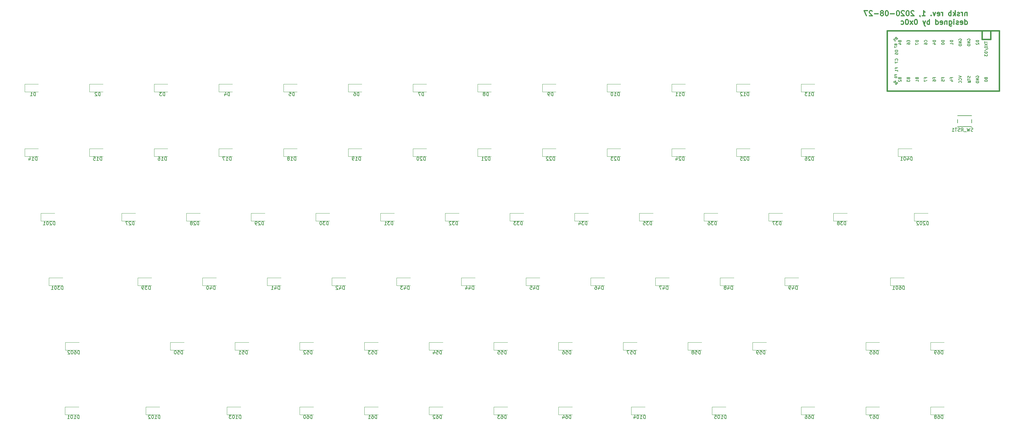
<source format=gbr>
G04 #@! TF.GenerationSoftware,KiCad,Pcbnew,(5.1.6)-1*
G04 #@! TF.CreationDate,2020-08-27T21:51:50+09:00*
G04 #@! TF.ProjectId,keyboard-layouter-playground,6b657962-6f61-4726-942d-6c61796f7574,rev?*
G04 #@! TF.SameCoordinates,Original*
G04 #@! TF.FileFunction,Legend,Bot*
G04 #@! TF.FilePolarity,Positive*
%FSLAX46Y46*%
G04 Gerber Fmt 4.6, Leading zero omitted, Abs format (unit mm)*
G04 Created by KiCad (PCBNEW (5.1.6)-1) date 2020-08-27 21:51:50*
%MOMM*%
%LPD*%
G01*
G04 APERTURE LIST*
%ADD10C,0.300000*%
%ADD11C,0.150000*%
%ADD12C,0.120000*%
%ADD13C,0.381000*%
G04 APERTURE END LIST*
D10*
X275037857Y14296428D02*
X275037857Y13296428D01*
X275037857Y14153571D02*
X274966428Y14225000D01*
X274823571Y14296428D01*
X274609285Y14296428D01*
X274466428Y14225000D01*
X274395000Y14082142D01*
X274395000Y13296428D01*
X273680714Y13296428D02*
X273680714Y14296428D01*
X273680714Y14010714D02*
X273609285Y14153571D01*
X273537857Y14225000D01*
X273395000Y14296428D01*
X273252142Y14296428D01*
X272823571Y13367857D02*
X272680714Y13296428D01*
X272395000Y13296428D01*
X272252142Y13367857D01*
X272180714Y13510714D01*
X272180714Y13582142D01*
X272252142Y13725000D01*
X272395000Y13796428D01*
X272609285Y13796428D01*
X272752142Y13867857D01*
X272823571Y14010714D01*
X272823571Y14082142D01*
X272752142Y14225000D01*
X272609285Y14296428D01*
X272395000Y14296428D01*
X272252142Y14225000D01*
X271537857Y13296428D02*
X271537857Y14796428D01*
X271395000Y13867857D02*
X270966428Y13296428D01*
X270966428Y14296428D02*
X271537857Y13725000D01*
X270323571Y13296428D02*
X270323571Y14796428D01*
X270323571Y14225000D02*
X270180714Y14296428D01*
X269895000Y14296428D01*
X269752142Y14225000D01*
X269680714Y14153571D01*
X269609285Y14010714D01*
X269609285Y13582142D01*
X269680714Y13439285D01*
X269752142Y13367857D01*
X269895000Y13296428D01*
X270180714Y13296428D01*
X270323571Y13367857D01*
X267823571Y13296428D02*
X267823571Y14296428D01*
X267823571Y14010714D02*
X267752142Y14153571D01*
X267680714Y14225000D01*
X267537857Y14296428D01*
X267395000Y14296428D01*
X266323571Y13367857D02*
X266466428Y13296428D01*
X266752142Y13296428D01*
X266895000Y13367857D01*
X266966428Y13510714D01*
X266966428Y14082142D01*
X266895000Y14225000D01*
X266752142Y14296428D01*
X266466428Y14296428D01*
X266323571Y14225000D01*
X266252142Y14082142D01*
X266252142Y13939285D01*
X266966428Y13796428D01*
X265752142Y14296428D02*
X265395000Y13296428D01*
X265037857Y14296428D01*
X264466428Y13439285D02*
X264395000Y13367857D01*
X264466428Y13296428D01*
X264537857Y13367857D01*
X264466428Y13439285D01*
X264466428Y13296428D01*
X261823571Y13296428D02*
X262680714Y13296428D01*
X262252142Y13296428D02*
X262252142Y14796428D01*
X262395000Y14582142D01*
X262537857Y14439285D01*
X262680714Y14367857D01*
X261109285Y13367857D02*
X261109285Y13296428D01*
X261180714Y13153571D01*
X261252142Y13082142D01*
X259395000Y14653571D02*
X259323571Y14725000D01*
X259180714Y14796428D01*
X258823571Y14796428D01*
X258680714Y14725000D01*
X258609285Y14653571D01*
X258537857Y14510714D01*
X258537857Y14367857D01*
X258609285Y14153571D01*
X259466428Y13296428D01*
X258537857Y13296428D01*
X257609285Y14796428D02*
X257466428Y14796428D01*
X257323571Y14725000D01*
X257252142Y14653571D01*
X257180714Y14510714D01*
X257109285Y14225000D01*
X257109285Y13867857D01*
X257180714Y13582142D01*
X257252142Y13439285D01*
X257323571Y13367857D01*
X257466428Y13296428D01*
X257609285Y13296428D01*
X257752142Y13367857D01*
X257823571Y13439285D01*
X257895000Y13582142D01*
X257966428Y13867857D01*
X257966428Y14225000D01*
X257895000Y14510714D01*
X257823571Y14653571D01*
X257752142Y14725000D01*
X257609285Y14796428D01*
X256537857Y14653571D02*
X256466428Y14725000D01*
X256323571Y14796428D01*
X255966428Y14796428D01*
X255823571Y14725000D01*
X255752142Y14653571D01*
X255680714Y14510714D01*
X255680714Y14367857D01*
X255752142Y14153571D01*
X256609285Y13296428D01*
X255680714Y13296428D01*
X254752142Y14796428D02*
X254609285Y14796428D01*
X254466428Y14725000D01*
X254395000Y14653571D01*
X254323571Y14510714D01*
X254252142Y14225000D01*
X254252142Y13867857D01*
X254323571Y13582142D01*
X254395000Y13439285D01*
X254466428Y13367857D01*
X254609285Y13296428D01*
X254752142Y13296428D01*
X254895000Y13367857D01*
X254966428Y13439285D01*
X255037857Y13582142D01*
X255109285Y13867857D01*
X255109285Y14225000D01*
X255037857Y14510714D01*
X254966428Y14653571D01*
X254895000Y14725000D01*
X254752142Y14796428D01*
X253609285Y13867857D02*
X252466428Y13867857D01*
X251466428Y14796428D02*
X251323571Y14796428D01*
X251180714Y14725000D01*
X251109285Y14653571D01*
X251037857Y14510714D01*
X250966428Y14225000D01*
X250966428Y13867857D01*
X251037857Y13582142D01*
X251109285Y13439285D01*
X251180714Y13367857D01*
X251323571Y13296428D01*
X251466428Y13296428D01*
X251609285Y13367857D01*
X251680714Y13439285D01*
X251752142Y13582142D01*
X251823571Y13867857D01*
X251823571Y14225000D01*
X251752142Y14510714D01*
X251680714Y14653571D01*
X251609285Y14725000D01*
X251466428Y14796428D01*
X250109285Y14153571D02*
X250252142Y14225000D01*
X250323571Y14296428D01*
X250395000Y14439285D01*
X250395000Y14510714D01*
X250323571Y14653571D01*
X250252142Y14725000D01*
X250109285Y14796428D01*
X249823571Y14796428D01*
X249680714Y14725000D01*
X249609285Y14653571D01*
X249537857Y14510714D01*
X249537857Y14439285D01*
X249609285Y14296428D01*
X249680714Y14225000D01*
X249823571Y14153571D01*
X250109285Y14153571D01*
X250252142Y14082142D01*
X250323571Y14010714D01*
X250395000Y13867857D01*
X250395000Y13582142D01*
X250323571Y13439285D01*
X250252142Y13367857D01*
X250109285Y13296428D01*
X249823571Y13296428D01*
X249680714Y13367857D01*
X249609285Y13439285D01*
X249537857Y13582142D01*
X249537857Y13867857D01*
X249609285Y14010714D01*
X249680714Y14082142D01*
X249823571Y14153571D01*
X248895000Y13867857D02*
X247752142Y13867857D01*
X247109285Y14653571D02*
X247037857Y14725000D01*
X246895000Y14796428D01*
X246537857Y14796428D01*
X246395000Y14725000D01*
X246323571Y14653571D01*
X246252142Y14510714D01*
X246252142Y14367857D01*
X246323571Y14153571D01*
X247180714Y13296428D01*
X246252142Y13296428D01*
X245752142Y14796428D02*
X244752142Y14796428D01*
X245395000Y13296428D01*
X274395000Y10746428D02*
X274395000Y12246428D01*
X274395000Y10817857D02*
X274537857Y10746428D01*
X274823571Y10746428D01*
X274966428Y10817857D01*
X275037857Y10889285D01*
X275109285Y11032142D01*
X275109285Y11460714D01*
X275037857Y11603571D01*
X274966428Y11675000D01*
X274823571Y11746428D01*
X274537857Y11746428D01*
X274395000Y11675000D01*
X273109285Y10817857D02*
X273252142Y10746428D01*
X273537857Y10746428D01*
X273680714Y10817857D01*
X273752142Y10960714D01*
X273752142Y11532142D01*
X273680714Y11675000D01*
X273537857Y11746428D01*
X273252142Y11746428D01*
X273109285Y11675000D01*
X273037857Y11532142D01*
X273037857Y11389285D01*
X273752142Y11246428D01*
X272466428Y10817857D02*
X272323571Y10746428D01*
X272037857Y10746428D01*
X271895000Y10817857D01*
X271823571Y10960714D01*
X271823571Y11032142D01*
X271895000Y11175000D01*
X272037857Y11246428D01*
X272252142Y11246428D01*
X272395000Y11317857D01*
X272466428Y11460714D01*
X272466428Y11532142D01*
X272395000Y11675000D01*
X272252142Y11746428D01*
X272037857Y11746428D01*
X271895000Y11675000D01*
X271180714Y10746428D02*
X271180714Y11746428D01*
X271180714Y12246428D02*
X271252142Y12175000D01*
X271180714Y12103571D01*
X271109285Y12175000D01*
X271180714Y12246428D01*
X271180714Y12103571D01*
X269823571Y11746428D02*
X269823571Y10532142D01*
X269895000Y10389285D01*
X269966428Y10317857D01*
X270109285Y10246428D01*
X270323571Y10246428D01*
X270466428Y10317857D01*
X269823571Y10817857D02*
X269966428Y10746428D01*
X270252142Y10746428D01*
X270395000Y10817857D01*
X270466428Y10889285D01*
X270537857Y11032142D01*
X270537857Y11460714D01*
X270466428Y11603571D01*
X270395000Y11675000D01*
X270252142Y11746428D01*
X269966428Y11746428D01*
X269823571Y11675000D01*
X269109285Y11746428D02*
X269109285Y10746428D01*
X269109285Y11603571D02*
X269037857Y11675000D01*
X268895000Y11746428D01*
X268680714Y11746428D01*
X268537857Y11675000D01*
X268466428Y11532142D01*
X268466428Y10746428D01*
X267180714Y10817857D02*
X267323571Y10746428D01*
X267609285Y10746428D01*
X267752142Y10817857D01*
X267823571Y10960714D01*
X267823571Y11532142D01*
X267752142Y11675000D01*
X267609285Y11746428D01*
X267323571Y11746428D01*
X267180714Y11675000D01*
X267109285Y11532142D01*
X267109285Y11389285D01*
X267823571Y11246428D01*
X265823571Y10746428D02*
X265823571Y12246428D01*
X265823571Y10817857D02*
X265966428Y10746428D01*
X266252142Y10746428D01*
X266395000Y10817857D01*
X266466428Y10889285D01*
X266537857Y11032142D01*
X266537857Y11460714D01*
X266466428Y11603571D01*
X266395000Y11675000D01*
X266252142Y11746428D01*
X265966428Y11746428D01*
X265823571Y11675000D01*
X263966428Y10746428D02*
X263966428Y12246428D01*
X263966428Y11675000D02*
X263823571Y11746428D01*
X263537857Y11746428D01*
X263395000Y11675000D01*
X263323571Y11603571D01*
X263252142Y11460714D01*
X263252142Y11032142D01*
X263323571Y10889285D01*
X263395000Y10817857D01*
X263537857Y10746428D01*
X263823571Y10746428D01*
X263966428Y10817857D01*
X262752142Y11746428D02*
X262395000Y10746428D01*
X262037857Y11746428D02*
X262395000Y10746428D01*
X262537857Y10389285D01*
X262609285Y10317857D01*
X262752142Y10246428D01*
X260037857Y12246428D02*
X259895000Y12246428D01*
X259752142Y12175000D01*
X259680714Y12103571D01*
X259609285Y11960714D01*
X259537857Y11675000D01*
X259537857Y11317857D01*
X259609285Y11032142D01*
X259680714Y10889285D01*
X259752142Y10817857D01*
X259895000Y10746428D01*
X260037857Y10746428D01*
X260180714Y10817857D01*
X260252142Y10889285D01*
X260323571Y11032142D01*
X260395000Y11317857D01*
X260395000Y11675000D01*
X260323571Y11960714D01*
X260252142Y12103571D01*
X260180714Y12175000D01*
X260037857Y12246428D01*
X259037857Y10746428D02*
X258252142Y11746428D01*
X259037857Y11746428D02*
X258252142Y10746428D01*
X257395000Y12246428D02*
X257252142Y12246428D01*
X257109285Y12175000D01*
X257037857Y12103571D01*
X256966428Y11960714D01*
X256895000Y11675000D01*
X256895000Y11317857D01*
X256966428Y11032142D01*
X257037857Y10889285D01*
X257109285Y10817857D01*
X257252142Y10746428D01*
X257395000Y10746428D01*
X257537857Y10817857D01*
X257609285Y10889285D01*
X257680714Y11032142D01*
X257752142Y11317857D01*
X257752142Y11675000D01*
X257680714Y11960714D01*
X257609285Y12103571D01*
X257537857Y12175000D01*
X257395000Y12246428D01*
X255609285Y10817857D02*
X255752142Y10746428D01*
X256037857Y10746428D01*
X256180714Y10817857D01*
X256252142Y10889285D01*
X256323571Y11032142D01*
X256323571Y11460714D01*
X256252142Y11603571D01*
X256180714Y11675000D01*
X256037857Y11746428D01*
X255752142Y11746428D01*
X255609285Y11675000D01*
D11*
G04 #@! TO.C,SW_RST1*
X276420000Y-18290000D02*
X276420000Y-17290000D01*
X272220000Y-18290000D02*
X272220000Y-17290000D01*
X272220000Y-16190000D02*
X276420000Y-16190000D01*
X272220000Y-19390000D02*
X276420000Y-19390000D01*
D12*
G04 #@! TO.C,D69*
X264240000Y-83065000D02*
X268300000Y-83065000D01*
X264240000Y-85335000D02*
X264240000Y-83065000D01*
X268300000Y-85335000D02*
X264240000Y-85335000D01*
G04 #@! TO.C,D38*
X239725000Y-47235000D02*
X235665000Y-47235000D01*
X235665000Y-47235000D02*
X235665000Y-44965000D01*
X235665000Y-44965000D02*
X239725000Y-44965000D01*
G04 #@! TO.C,D40*
X49927500Y-64015000D02*
X53987500Y-64015000D01*
X49927500Y-66285000D02*
X49927500Y-64015000D01*
X53987500Y-66285000D02*
X49927500Y-66285000D01*
G04 #@! TO.C,D19*
X92790000Y-25915000D02*
X96850000Y-25915000D01*
X92790000Y-28185000D02*
X92790000Y-25915000D01*
X96850000Y-28185000D02*
X92790000Y-28185000D01*
G04 #@! TO.C,D26*
X230200000Y-28185000D02*
X226140000Y-28185000D01*
X226140000Y-28185000D02*
X226140000Y-25915000D01*
X226140000Y-25915000D02*
X230200000Y-25915000D01*
G04 #@! TO.C,D31*
X102315000Y-44965000D02*
X106375000Y-44965000D01*
X102315000Y-47235000D02*
X102315000Y-44965000D01*
X106375000Y-47235000D02*
X102315000Y-47235000D01*
G04 #@! TO.C,D32*
X121365000Y-44965000D02*
X125425000Y-44965000D01*
X121365000Y-47235000D02*
X121365000Y-44965000D01*
X125425000Y-47235000D02*
X121365000Y-47235000D01*
G04 #@! TO.C,D15*
X20650000Y-28185000D02*
X16590000Y-28185000D01*
X16590000Y-28185000D02*
X16590000Y-25915000D01*
X16590000Y-25915000D02*
X20650000Y-25915000D01*
G04 #@! TO.C,D16*
X39700000Y-28185000D02*
X35640000Y-28185000D01*
X35640000Y-28185000D02*
X35640000Y-25915000D01*
X35640000Y-25915000D02*
X39700000Y-25915000D01*
G04 #@! TO.C,D35*
X182575000Y-47235000D02*
X178515000Y-47235000D01*
X178515000Y-47235000D02*
X178515000Y-44965000D01*
X178515000Y-44965000D02*
X182575000Y-44965000D01*
G04 #@! TO.C,D30*
X83265000Y-44965000D02*
X87325000Y-44965000D01*
X83265000Y-47235000D02*
X83265000Y-44965000D01*
X87325000Y-47235000D02*
X83265000Y-47235000D01*
G04 #@! TO.C,D36*
X201625000Y-47235000D02*
X197565000Y-47235000D01*
X197565000Y-47235000D02*
X197565000Y-44965000D01*
X197565000Y-44965000D02*
X201625000Y-44965000D01*
G04 #@! TO.C,D12*
X207090000Y-6865000D02*
X211150000Y-6865000D01*
X207090000Y-9135000D02*
X207090000Y-6865000D01*
X211150000Y-9135000D02*
X207090000Y-9135000D01*
G04 #@! TO.C,D14*
X-2460000Y-25915000D02*
X1600000Y-25915000D01*
X-2460000Y-28185000D02*
X-2460000Y-25915000D01*
X1600000Y-28185000D02*
X-2460000Y-28185000D01*
G04 #@! TO.C,D17*
X58750000Y-28185000D02*
X54690000Y-28185000D01*
X54690000Y-28185000D02*
X54690000Y-25915000D01*
X54690000Y-25915000D02*
X58750000Y-25915000D01*
G04 #@! TO.C,D13*
X230200000Y-9135000D02*
X226140000Y-9135000D01*
X226140000Y-9135000D02*
X226140000Y-6865000D01*
X226140000Y-6865000D02*
X230200000Y-6865000D01*
G04 #@! TO.C,D18*
X77800000Y-28185000D02*
X73740000Y-28185000D01*
X73740000Y-28185000D02*
X73740000Y-25915000D01*
X73740000Y-25915000D02*
X77800000Y-25915000D01*
G04 #@! TO.C,D21*
X134950000Y-28185000D02*
X130890000Y-28185000D01*
X130890000Y-28185000D02*
X130890000Y-25915000D01*
X130890000Y-25915000D02*
X134950000Y-25915000D01*
G04 #@! TO.C,D23*
X173050000Y-28185000D02*
X168990000Y-28185000D01*
X168990000Y-28185000D02*
X168990000Y-25915000D01*
X168990000Y-25915000D02*
X173050000Y-25915000D01*
G04 #@! TO.C,D27*
X26115000Y-44965000D02*
X30175000Y-44965000D01*
X26115000Y-47235000D02*
X26115000Y-44965000D01*
X30175000Y-47235000D02*
X26115000Y-47235000D01*
G04 #@! TO.C,D28*
X45165000Y-44965000D02*
X49225000Y-44965000D01*
X45165000Y-47235000D02*
X45165000Y-44965000D01*
X49225000Y-47235000D02*
X45165000Y-47235000D01*
G04 #@! TO.C,D22*
X154000000Y-28185000D02*
X149940000Y-28185000D01*
X149940000Y-28185000D02*
X149940000Y-25915000D01*
X149940000Y-25915000D02*
X154000000Y-25915000D01*
G04 #@! TO.C,D29*
X64215000Y-44965000D02*
X68275000Y-44965000D01*
X64215000Y-47235000D02*
X64215000Y-44965000D01*
X68275000Y-47235000D02*
X64215000Y-47235000D01*
G04 #@! TO.C,D25*
X211150000Y-28185000D02*
X207090000Y-28185000D01*
X207090000Y-28185000D02*
X207090000Y-25915000D01*
X207090000Y-25915000D02*
X211150000Y-25915000D01*
G04 #@! TO.C,D33*
X144475000Y-47235000D02*
X140415000Y-47235000D01*
X140415000Y-47235000D02*
X140415000Y-44965000D01*
X140415000Y-44965000D02*
X144475000Y-44965000D01*
G04 #@! TO.C,D20*
X115900000Y-28185000D02*
X111840000Y-28185000D01*
X111840000Y-28185000D02*
X111840000Y-25915000D01*
X111840000Y-25915000D02*
X115900000Y-25915000D01*
G04 #@! TO.C,D34*
X159465000Y-44965000D02*
X163525000Y-44965000D01*
X159465000Y-47235000D02*
X159465000Y-44965000D01*
X163525000Y-47235000D02*
X159465000Y-47235000D01*
G04 #@! TO.C,D37*
X220675000Y-47235000D02*
X216615000Y-47235000D01*
X216615000Y-47235000D02*
X216615000Y-44965000D01*
X216615000Y-44965000D02*
X220675000Y-44965000D01*
G04 #@! TO.C,D24*
X192100000Y-28185000D02*
X188040000Y-28185000D01*
X188040000Y-28185000D02*
X188040000Y-25915000D01*
X188040000Y-25915000D02*
X192100000Y-25915000D01*
G04 #@! TO.C,D39*
X34937500Y-66285000D02*
X30877500Y-66285000D01*
X30877500Y-66285000D02*
X30877500Y-64015000D01*
X30877500Y-64015000D02*
X34937500Y-64015000D01*
G04 #@! TO.C,D42*
X92087500Y-66285000D02*
X88027500Y-66285000D01*
X88027500Y-66285000D02*
X88027500Y-64015000D01*
X88027500Y-64015000D02*
X92087500Y-64015000D01*
G04 #@! TO.C,D50*
X40402500Y-83065000D02*
X44462500Y-83065000D01*
X40402500Y-85335000D02*
X40402500Y-83065000D01*
X44462500Y-85335000D02*
X40402500Y-85335000D01*
G04 #@! TO.C,D51*
X59452500Y-83065000D02*
X63512500Y-83065000D01*
X59452500Y-85335000D02*
X59452500Y-83065000D01*
X63512500Y-85335000D02*
X59452500Y-85335000D01*
G04 #@! TO.C,D59*
X211852500Y-83065000D02*
X215912500Y-83065000D01*
X211852500Y-85335000D02*
X211852500Y-83065000D01*
X215912500Y-85335000D02*
X211852500Y-85335000D01*
G04 #@! TO.C,D63*
X139712500Y-104385000D02*
X135652500Y-104385000D01*
X135652500Y-104385000D02*
X135652500Y-102115000D01*
X135652500Y-102115000D02*
X139712500Y-102115000D01*
G04 #@! TO.C,D43*
X111137500Y-66285000D02*
X107077500Y-66285000D01*
X107077500Y-66285000D02*
X107077500Y-64015000D01*
X107077500Y-64015000D02*
X111137500Y-64015000D01*
G04 #@! TO.C,D44*
X130187500Y-66285000D02*
X126127500Y-66285000D01*
X126127500Y-66285000D02*
X126127500Y-64015000D01*
X126127500Y-64015000D02*
X130187500Y-64015000D01*
G04 #@! TO.C,D64*
X158762500Y-104385000D02*
X154702500Y-104385000D01*
X154702500Y-104385000D02*
X154702500Y-102115000D01*
X154702500Y-102115000D02*
X158762500Y-102115000D01*
G04 #@! TO.C,D65*
X245190000Y-83065000D02*
X249250000Y-83065000D01*
X245190000Y-85335000D02*
X245190000Y-83065000D01*
X249250000Y-85335000D02*
X245190000Y-85335000D01*
G04 #@! TO.C,D48*
X202327500Y-64015000D02*
X206387500Y-64015000D01*
X202327500Y-66285000D02*
X202327500Y-64015000D01*
X206387500Y-66285000D02*
X202327500Y-66285000D01*
G04 #@! TO.C,D61*
X101612500Y-104385000D02*
X97552500Y-104385000D01*
X97552500Y-104385000D02*
X97552500Y-102115000D01*
X97552500Y-102115000D02*
X101612500Y-102115000D01*
G04 #@! TO.C,D62*
X120662500Y-104385000D02*
X116602500Y-104385000D01*
X116602500Y-104385000D02*
X116602500Y-102115000D01*
X116602500Y-102115000D02*
X120662500Y-102115000D01*
G04 #@! TO.C,D66*
X226140000Y-102115000D02*
X230200000Y-102115000D01*
X226140000Y-104385000D02*
X226140000Y-102115000D01*
X230200000Y-104385000D02*
X226140000Y-104385000D01*
G04 #@! TO.C,D60*
X78502500Y-102115000D02*
X82562500Y-102115000D01*
X78502500Y-104385000D02*
X78502500Y-102115000D01*
X82562500Y-104385000D02*
X78502500Y-104385000D01*
G04 #@! TO.C,D67*
X245190000Y-102115000D02*
X249250000Y-102115000D01*
X245190000Y-104385000D02*
X245190000Y-102115000D01*
X249250000Y-104385000D02*
X245190000Y-104385000D01*
G04 #@! TO.C,D56*
X158762500Y-85335000D02*
X154702500Y-85335000D01*
X154702500Y-85335000D02*
X154702500Y-83065000D01*
X154702500Y-83065000D02*
X158762500Y-83065000D01*
G04 #@! TO.C,D45*
X149237500Y-66285000D02*
X145177500Y-66285000D01*
X145177500Y-66285000D02*
X145177500Y-64015000D01*
X145177500Y-64015000D02*
X149237500Y-64015000D01*
G04 #@! TO.C,D58*
X196862500Y-85335000D02*
X192802500Y-85335000D01*
X192802500Y-85335000D02*
X192802500Y-83065000D01*
X192802500Y-83065000D02*
X196862500Y-83065000D01*
G04 #@! TO.C,D46*
X164227500Y-64015000D02*
X168287500Y-64015000D01*
X164227500Y-66285000D02*
X164227500Y-64015000D01*
X168287500Y-66285000D02*
X164227500Y-66285000D01*
G04 #@! TO.C,D53*
X101612500Y-85335000D02*
X97552500Y-85335000D01*
X97552500Y-85335000D02*
X97552500Y-83065000D01*
X97552500Y-83065000D02*
X101612500Y-83065000D01*
G04 #@! TO.C,D55*
X139712500Y-85335000D02*
X135652500Y-85335000D01*
X135652500Y-85335000D02*
X135652500Y-83065000D01*
X135652500Y-83065000D02*
X139712500Y-83065000D01*
G04 #@! TO.C,D52*
X78502500Y-83065000D02*
X82562500Y-83065000D01*
X78502500Y-85335000D02*
X78502500Y-83065000D01*
X82562500Y-85335000D02*
X78502500Y-85335000D01*
G04 #@! TO.C,D47*
X187337500Y-66285000D02*
X183277500Y-66285000D01*
X183277500Y-66285000D02*
X183277500Y-64015000D01*
X183277500Y-64015000D02*
X187337500Y-64015000D01*
G04 #@! TO.C,D41*
X68977500Y-64015000D02*
X73037500Y-64015000D01*
X68977500Y-66285000D02*
X68977500Y-64015000D01*
X73037500Y-66285000D02*
X68977500Y-66285000D01*
G04 #@! TO.C,D54*
X116602500Y-83065000D02*
X120662500Y-83065000D01*
X116602500Y-85335000D02*
X116602500Y-83065000D01*
X120662500Y-85335000D02*
X116602500Y-85335000D01*
G04 #@! TO.C,D57*
X177812500Y-85335000D02*
X173752500Y-85335000D01*
X173752500Y-85335000D02*
X173752500Y-83065000D01*
X173752500Y-83065000D02*
X177812500Y-83065000D01*
G04 #@! TO.C,D49*
X221377500Y-64015000D02*
X225437500Y-64015000D01*
X221377500Y-66285000D02*
X221377500Y-64015000D01*
X225437500Y-66285000D02*
X221377500Y-66285000D01*
G04 #@! TO.C,D602*
X13580600Y-85335000D02*
X9520600Y-85335000D01*
X9520600Y-85335000D02*
X9520600Y-83065000D01*
X9520600Y-83065000D02*
X13580600Y-83065000D01*
G04 #@! TO.C,D301*
X8744000Y-66285000D02*
X4684000Y-66285000D01*
X4684000Y-66285000D02*
X4684000Y-64015000D01*
X4684000Y-64015000D02*
X8744000Y-64015000D01*
G04 #@! TO.C,D202*
X259478000Y-44965000D02*
X263538000Y-44965000D01*
X259478000Y-47235000D02*
X259478000Y-44965000D01*
X263538000Y-47235000D02*
X259478000Y-47235000D01*
G04 #@! TO.C,D104*
X176133500Y-102115000D02*
X180193500Y-102115000D01*
X176133500Y-104385000D02*
X176133500Y-102115000D01*
X180193500Y-104385000D02*
X176133500Y-104385000D01*
G04 #@! TO.C,D201*
X2303000Y-44965000D02*
X6363000Y-44965000D01*
X2303000Y-47235000D02*
X2303000Y-44965000D01*
X6363000Y-47235000D02*
X2303000Y-47235000D01*
G04 #@! TO.C,D401*
X258775000Y-28185000D02*
X254715000Y-28185000D01*
X254715000Y-28185000D02*
X254715000Y-25915000D01*
X254715000Y-25915000D02*
X258775000Y-25915000D01*
G04 #@! TO.C,D601*
X252408100Y-64015000D02*
X256468100Y-64015000D01*
X252408100Y-66285000D02*
X252408100Y-64015000D01*
X256468100Y-66285000D02*
X252408100Y-66285000D01*
G04 #@! TO.C,D102*
X33258500Y-102115000D02*
X37318500Y-102115000D01*
X33258500Y-104385000D02*
X33258500Y-102115000D01*
X37318500Y-104385000D02*
X33258500Y-104385000D01*
G04 #@! TO.C,D68*
X264240000Y-102115000D02*
X268300000Y-102115000D01*
X264240000Y-104385000D02*
X264240000Y-102115000D01*
X268300000Y-104385000D02*
X264240000Y-104385000D01*
G04 #@! TO.C,D101*
X9446000Y-102115000D02*
X13506000Y-102115000D01*
X9446000Y-104385000D02*
X9446000Y-102115000D01*
X13506000Y-104385000D02*
X9446000Y-104385000D01*
G04 #@! TO.C,D105*
X199946000Y-102115000D02*
X204006000Y-102115000D01*
X199946000Y-104385000D02*
X199946000Y-102115000D01*
X204006000Y-104385000D02*
X199946000Y-104385000D01*
G04 #@! TO.C,D103*
X57071000Y-102115000D02*
X61131000Y-102115000D01*
X57071000Y-104385000D02*
X57071000Y-102115000D01*
X61131000Y-104385000D02*
X57071000Y-104385000D01*
G04 #@! TO.C,D6*
X92790000Y-6865000D02*
X96850000Y-6865000D01*
X92790000Y-9135000D02*
X92790000Y-6865000D01*
X96850000Y-9135000D02*
X92790000Y-9135000D01*
G04 #@! TO.C,D4*
X54690000Y-6865000D02*
X58750000Y-6865000D01*
X54690000Y-9135000D02*
X54690000Y-6865000D01*
X58750000Y-9135000D02*
X54690000Y-9135000D01*
G04 #@! TO.C,D8*
X130890000Y-6865000D02*
X134950000Y-6865000D01*
X130890000Y-9135000D02*
X130890000Y-6865000D01*
X134950000Y-9135000D02*
X130890000Y-9135000D01*
G04 #@! TO.C,D2*
X16590000Y-6865000D02*
X20650000Y-6865000D01*
X16590000Y-9135000D02*
X16590000Y-6865000D01*
X20650000Y-9135000D02*
X16590000Y-9135000D01*
G04 #@! TO.C,D3*
X39700000Y-9135000D02*
X35640000Y-9135000D01*
X35640000Y-9135000D02*
X35640000Y-6865000D01*
X35640000Y-6865000D02*
X39700000Y-6865000D01*
G04 #@! TO.C,D1*
X-2460000Y-6865000D02*
X1600000Y-6865000D01*
X-2460000Y-9135000D02*
X-2460000Y-6865000D01*
X1600000Y-9135000D02*
X-2460000Y-9135000D01*
G04 #@! TO.C,D7*
X115900000Y-9135000D02*
X111840000Y-9135000D01*
X111840000Y-9135000D02*
X111840000Y-6865000D01*
X111840000Y-6865000D02*
X115900000Y-6865000D01*
G04 #@! TO.C,D9*
X154000000Y-9135000D02*
X149940000Y-9135000D01*
X149940000Y-9135000D02*
X149940000Y-6865000D01*
X149940000Y-6865000D02*
X154000000Y-6865000D01*
G04 #@! TO.C,D5*
X73740000Y-6865000D02*
X77800000Y-6865000D01*
X73740000Y-9135000D02*
X73740000Y-6865000D01*
X77800000Y-9135000D02*
X73740000Y-9135000D01*
G04 #@! TO.C,D10*
X173050000Y-9135000D02*
X168990000Y-9135000D01*
X168990000Y-9135000D02*
X168990000Y-6865000D01*
X168990000Y-6865000D02*
X173050000Y-6865000D01*
G04 #@! TO.C,D11*
X188040000Y-6865000D02*
X192100000Y-6865000D01*
X188040000Y-9135000D02*
X188040000Y-6865000D01*
X192100000Y-9135000D02*
X188040000Y-9135000D01*
D13*
G04 #@! TO.C,U1*
X281940000Y6350000D02*
X281940000Y8890000D01*
X284480000Y-8890000D02*
X284480000Y8890000D01*
X284480000Y8890000D02*
X251460000Y8890000D01*
X251460000Y8890000D02*
X251460000Y-8890000D01*
X251460000Y-8890000D02*
X284480000Y-8890000D01*
D11*
G36*
X276050970Y-5844635D02*
G01*
X275950970Y-5844635D01*
X275950970Y-6344635D01*
X276050970Y-6344635D01*
X276050970Y-5844635D01*
G37*
X276050970Y-5844635D02*
X275950970Y-5844635D01*
X275950970Y-6344635D01*
X276050970Y-6344635D01*
X276050970Y-5844635D01*
G36*
X276050970Y-5844635D02*
G01*
X275750970Y-5844635D01*
X275750970Y-5944635D01*
X276050970Y-5944635D01*
X276050970Y-5844635D01*
G37*
X276050970Y-5844635D02*
X275750970Y-5844635D01*
X275750970Y-5944635D01*
X276050970Y-5944635D01*
X276050970Y-5844635D01*
G36*
X275450970Y-5844635D02*
G01*
X275250970Y-5844635D01*
X275250970Y-5944635D01*
X275450970Y-5944635D01*
X275450970Y-5844635D01*
G37*
X275450970Y-5844635D02*
X275250970Y-5844635D01*
X275250970Y-5944635D01*
X275450970Y-5944635D01*
X275450970Y-5844635D01*
G36*
X276050970Y-6244635D02*
G01*
X275250970Y-6244635D01*
X275250970Y-6344635D01*
X276050970Y-6344635D01*
X276050970Y-6244635D01*
G37*
X276050970Y-6244635D02*
X275250970Y-6244635D01*
X275250970Y-6344635D01*
X276050970Y-6344635D01*
X276050970Y-6244635D01*
G36*
X275650970Y-6044635D02*
G01*
X275550970Y-6044635D01*
X275550970Y-6144635D01*
X275650970Y-6144635D01*
X275650970Y-6044635D01*
G37*
X275650970Y-6044635D02*
X275550970Y-6044635D01*
X275550970Y-6144635D01*
X275650970Y-6144635D01*
X275650970Y-6044635D01*
D13*
X281940000Y6350000D02*
X279400000Y6350000D01*
X279400000Y6350000D02*
X279400000Y8890000D01*
G04 #@! TO.C,SW_RST1*
D11*
X276756428Y-20724761D02*
X276613571Y-20772380D01*
X276375476Y-20772380D01*
X276280238Y-20724761D01*
X276232619Y-20677142D01*
X276185000Y-20581904D01*
X276185000Y-20486666D01*
X276232619Y-20391428D01*
X276280238Y-20343809D01*
X276375476Y-20296190D01*
X276565952Y-20248571D01*
X276661190Y-20200952D01*
X276708809Y-20153333D01*
X276756428Y-20058095D01*
X276756428Y-19962857D01*
X276708809Y-19867619D01*
X276661190Y-19820000D01*
X276565952Y-19772380D01*
X276327857Y-19772380D01*
X276185000Y-19820000D01*
X275851666Y-19772380D02*
X275613571Y-20772380D01*
X275423095Y-20058095D01*
X275232619Y-20772380D01*
X274994523Y-19772380D01*
X274851666Y-20867619D02*
X274089761Y-20867619D01*
X273280238Y-20772380D02*
X273613571Y-20296190D01*
X273851666Y-20772380D02*
X273851666Y-19772380D01*
X273470714Y-19772380D01*
X273375476Y-19820000D01*
X273327857Y-19867619D01*
X273280238Y-19962857D01*
X273280238Y-20105714D01*
X273327857Y-20200952D01*
X273375476Y-20248571D01*
X273470714Y-20296190D01*
X273851666Y-20296190D01*
X272899285Y-20724761D02*
X272756428Y-20772380D01*
X272518333Y-20772380D01*
X272423095Y-20724761D01*
X272375476Y-20677142D01*
X272327857Y-20581904D01*
X272327857Y-20486666D01*
X272375476Y-20391428D01*
X272423095Y-20343809D01*
X272518333Y-20296190D01*
X272708809Y-20248571D01*
X272804047Y-20200952D01*
X272851666Y-20153333D01*
X272899285Y-20058095D01*
X272899285Y-19962857D01*
X272851666Y-19867619D01*
X272804047Y-19820000D01*
X272708809Y-19772380D01*
X272470714Y-19772380D01*
X272327857Y-19820000D01*
X272042142Y-19772380D02*
X271470714Y-19772380D01*
X271756428Y-20772380D02*
X271756428Y-19772380D01*
X270613571Y-20772380D02*
X271185000Y-20772380D01*
X270899285Y-20772380D02*
X270899285Y-19772380D01*
X270994523Y-19915238D01*
X271089761Y-20010476D01*
X271185000Y-20058095D01*
G04 #@! TO.C,D69*
X267914285Y-86472380D02*
X267914285Y-85472380D01*
X267676190Y-85472380D01*
X267533333Y-85520000D01*
X267438095Y-85615238D01*
X267390476Y-85710476D01*
X267342857Y-85900952D01*
X267342857Y-86043809D01*
X267390476Y-86234285D01*
X267438095Y-86329523D01*
X267533333Y-86424761D01*
X267676190Y-86472380D01*
X267914285Y-86472380D01*
X266485714Y-85472380D02*
X266676190Y-85472380D01*
X266771428Y-85520000D01*
X266819047Y-85567619D01*
X266914285Y-85710476D01*
X266961904Y-85900952D01*
X266961904Y-86281904D01*
X266914285Y-86377142D01*
X266866666Y-86424761D01*
X266771428Y-86472380D01*
X266580952Y-86472380D01*
X266485714Y-86424761D01*
X266438095Y-86377142D01*
X266390476Y-86281904D01*
X266390476Y-86043809D01*
X266438095Y-85948571D01*
X266485714Y-85900952D01*
X266580952Y-85853333D01*
X266771428Y-85853333D01*
X266866666Y-85900952D01*
X266914285Y-85948571D01*
X266961904Y-86043809D01*
X265914285Y-86472380D02*
X265723809Y-86472380D01*
X265628571Y-86424761D01*
X265580952Y-86377142D01*
X265485714Y-86234285D01*
X265438095Y-86043809D01*
X265438095Y-85662857D01*
X265485714Y-85567619D01*
X265533333Y-85520000D01*
X265628571Y-85472380D01*
X265819047Y-85472380D01*
X265914285Y-85520000D01*
X265961904Y-85567619D01*
X266009523Y-85662857D01*
X266009523Y-85900952D01*
X265961904Y-85996190D01*
X265914285Y-86043809D01*
X265819047Y-86091428D01*
X265628571Y-86091428D01*
X265533333Y-86043809D01*
X265485714Y-85996190D01*
X265438095Y-85900952D01*
G04 #@! TO.C,D38*
X239339285Y-48372380D02*
X239339285Y-47372380D01*
X239101190Y-47372380D01*
X238958333Y-47420000D01*
X238863095Y-47515238D01*
X238815476Y-47610476D01*
X238767857Y-47800952D01*
X238767857Y-47943809D01*
X238815476Y-48134285D01*
X238863095Y-48229523D01*
X238958333Y-48324761D01*
X239101190Y-48372380D01*
X239339285Y-48372380D01*
X238434523Y-47372380D02*
X237815476Y-47372380D01*
X238148809Y-47753333D01*
X238005952Y-47753333D01*
X237910714Y-47800952D01*
X237863095Y-47848571D01*
X237815476Y-47943809D01*
X237815476Y-48181904D01*
X237863095Y-48277142D01*
X237910714Y-48324761D01*
X238005952Y-48372380D01*
X238291666Y-48372380D01*
X238386904Y-48324761D01*
X238434523Y-48277142D01*
X237244047Y-47800952D02*
X237339285Y-47753333D01*
X237386904Y-47705714D01*
X237434523Y-47610476D01*
X237434523Y-47562857D01*
X237386904Y-47467619D01*
X237339285Y-47420000D01*
X237244047Y-47372380D01*
X237053571Y-47372380D01*
X236958333Y-47420000D01*
X236910714Y-47467619D01*
X236863095Y-47562857D01*
X236863095Y-47610476D01*
X236910714Y-47705714D01*
X236958333Y-47753333D01*
X237053571Y-47800952D01*
X237244047Y-47800952D01*
X237339285Y-47848571D01*
X237386904Y-47896190D01*
X237434523Y-47991428D01*
X237434523Y-48181904D01*
X237386904Y-48277142D01*
X237339285Y-48324761D01*
X237244047Y-48372380D01*
X237053571Y-48372380D01*
X236958333Y-48324761D01*
X236910714Y-48277142D01*
X236863095Y-48181904D01*
X236863095Y-47991428D01*
X236910714Y-47896190D01*
X236958333Y-47848571D01*
X237053571Y-47800952D01*
G04 #@! TO.C,D40*
X53601785Y-67422380D02*
X53601785Y-66422380D01*
X53363690Y-66422380D01*
X53220833Y-66470000D01*
X53125595Y-66565238D01*
X53077976Y-66660476D01*
X53030357Y-66850952D01*
X53030357Y-66993809D01*
X53077976Y-67184285D01*
X53125595Y-67279523D01*
X53220833Y-67374761D01*
X53363690Y-67422380D01*
X53601785Y-67422380D01*
X52173214Y-66755714D02*
X52173214Y-67422380D01*
X52411309Y-66374761D02*
X52649404Y-67089047D01*
X52030357Y-67089047D01*
X51458928Y-66422380D02*
X51363690Y-66422380D01*
X51268452Y-66470000D01*
X51220833Y-66517619D01*
X51173214Y-66612857D01*
X51125595Y-66803333D01*
X51125595Y-67041428D01*
X51173214Y-67231904D01*
X51220833Y-67327142D01*
X51268452Y-67374761D01*
X51363690Y-67422380D01*
X51458928Y-67422380D01*
X51554166Y-67374761D01*
X51601785Y-67327142D01*
X51649404Y-67231904D01*
X51697023Y-67041428D01*
X51697023Y-66803333D01*
X51649404Y-66612857D01*
X51601785Y-66517619D01*
X51554166Y-66470000D01*
X51458928Y-66422380D01*
G04 #@! TO.C,D19*
X96464285Y-29322380D02*
X96464285Y-28322380D01*
X96226190Y-28322380D01*
X96083333Y-28370000D01*
X95988095Y-28465238D01*
X95940476Y-28560476D01*
X95892857Y-28750952D01*
X95892857Y-28893809D01*
X95940476Y-29084285D01*
X95988095Y-29179523D01*
X96083333Y-29274761D01*
X96226190Y-29322380D01*
X96464285Y-29322380D01*
X94940476Y-29322380D02*
X95511904Y-29322380D01*
X95226190Y-29322380D02*
X95226190Y-28322380D01*
X95321428Y-28465238D01*
X95416666Y-28560476D01*
X95511904Y-28608095D01*
X94464285Y-29322380D02*
X94273809Y-29322380D01*
X94178571Y-29274761D01*
X94130952Y-29227142D01*
X94035714Y-29084285D01*
X93988095Y-28893809D01*
X93988095Y-28512857D01*
X94035714Y-28417619D01*
X94083333Y-28370000D01*
X94178571Y-28322380D01*
X94369047Y-28322380D01*
X94464285Y-28370000D01*
X94511904Y-28417619D01*
X94559523Y-28512857D01*
X94559523Y-28750952D01*
X94511904Y-28846190D01*
X94464285Y-28893809D01*
X94369047Y-28941428D01*
X94178571Y-28941428D01*
X94083333Y-28893809D01*
X94035714Y-28846190D01*
X93988095Y-28750952D01*
G04 #@! TO.C,D26*
X229814285Y-29322380D02*
X229814285Y-28322380D01*
X229576190Y-28322380D01*
X229433333Y-28370000D01*
X229338095Y-28465238D01*
X229290476Y-28560476D01*
X229242857Y-28750952D01*
X229242857Y-28893809D01*
X229290476Y-29084285D01*
X229338095Y-29179523D01*
X229433333Y-29274761D01*
X229576190Y-29322380D01*
X229814285Y-29322380D01*
X228861904Y-28417619D02*
X228814285Y-28370000D01*
X228719047Y-28322380D01*
X228480952Y-28322380D01*
X228385714Y-28370000D01*
X228338095Y-28417619D01*
X228290476Y-28512857D01*
X228290476Y-28608095D01*
X228338095Y-28750952D01*
X228909523Y-29322380D01*
X228290476Y-29322380D01*
X227433333Y-28322380D02*
X227623809Y-28322380D01*
X227719047Y-28370000D01*
X227766666Y-28417619D01*
X227861904Y-28560476D01*
X227909523Y-28750952D01*
X227909523Y-29131904D01*
X227861904Y-29227142D01*
X227814285Y-29274761D01*
X227719047Y-29322380D01*
X227528571Y-29322380D01*
X227433333Y-29274761D01*
X227385714Y-29227142D01*
X227338095Y-29131904D01*
X227338095Y-28893809D01*
X227385714Y-28798571D01*
X227433333Y-28750952D01*
X227528571Y-28703333D01*
X227719047Y-28703333D01*
X227814285Y-28750952D01*
X227861904Y-28798571D01*
X227909523Y-28893809D01*
G04 #@! TO.C,D31*
X105989285Y-48372380D02*
X105989285Y-47372380D01*
X105751190Y-47372380D01*
X105608333Y-47420000D01*
X105513095Y-47515238D01*
X105465476Y-47610476D01*
X105417857Y-47800952D01*
X105417857Y-47943809D01*
X105465476Y-48134285D01*
X105513095Y-48229523D01*
X105608333Y-48324761D01*
X105751190Y-48372380D01*
X105989285Y-48372380D01*
X105084523Y-47372380D02*
X104465476Y-47372380D01*
X104798809Y-47753333D01*
X104655952Y-47753333D01*
X104560714Y-47800952D01*
X104513095Y-47848571D01*
X104465476Y-47943809D01*
X104465476Y-48181904D01*
X104513095Y-48277142D01*
X104560714Y-48324761D01*
X104655952Y-48372380D01*
X104941666Y-48372380D01*
X105036904Y-48324761D01*
X105084523Y-48277142D01*
X103513095Y-48372380D02*
X104084523Y-48372380D01*
X103798809Y-48372380D02*
X103798809Y-47372380D01*
X103894047Y-47515238D01*
X103989285Y-47610476D01*
X104084523Y-47658095D01*
G04 #@! TO.C,D32*
X125039285Y-48372380D02*
X125039285Y-47372380D01*
X124801190Y-47372380D01*
X124658333Y-47420000D01*
X124563095Y-47515238D01*
X124515476Y-47610476D01*
X124467857Y-47800952D01*
X124467857Y-47943809D01*
X124515476Y-48134285D01*
X124563095Y-48229523D01*
X124658333Y-48324761D01*
X124801190Y-48372380D01*
X125039285Y-48372380D01*
X124134523Y-47372380D02*
X123515476Y-47372380D01*
X123848809Y-47753333D01*
X123705952Y-47753333D01*
X123610714Y-47800952D01*
X123563095Y-47848571D01*
X123515476Y-47943809D01*
X123515476Y-48181904D01*
X123563095Y-48277142D01*
X123610714Y-48324761D01*
X123705952Y-48372380D01*
X123991666Y-48372380D01*
X124086904Y-48324761D01*
X124134523Y-48277142D01*
X123134523Y-47467619D02*
X123086904Y-47420000D01*
X122991666Y-47372380D01*
X122753571Y-47372380D01*
X122658333Y-47420000D01*
X122610714Y-47467619D01*
X122563095Y-47562857D01*
X122563095Y-47658095D01*
X122610714Y-47800952D01*
X123182142Y-48372380D01*
X122563095Y-48372380D01*
G04 #@! TO.C,D15*
X20264285Y-29322380D02*
X20264285Y-28322380D01*
X20026190Y-28322380D01*
X19883333Y-28370000D01*
X19788095Y-28465238D01*
X19740476Y-28560476D01*
X19692857Y-28750952D01*
X19692857Y-28893809D01*
X19740476Y-29084285D01*
X19788095Y-29179523D01*
X19883333Y-29274761D01*
X20026190Y-29322380D01*
X20264285Y-29322380D01*
X18740476Y-29322380D02*
X19311904Y-29322380D01*
X19026190Y-29322380D02*
X19026190Y-28322380D01*
X19121428Y-28465238D01*
X19216666Y-28560476D01*
X19311904Y-28608095D01*
X17835714Y-28322380D02*
X18311904Y-28322380D01*
X18359523Y-28798571D01*
X18311904Y-28750952D01*
X18216666Y-28703333D01*
X17978571Y-28703333D01*
X17883333Y-28750952D01*
X17835714Y-28798571D01*
X17788095Y-28893809D01*
X17788095Y-29131904D01*
X17835714Y-29227142D01*
X17883333Y-29274761D01*
X17978571Y-29322380D01*
X18216666Y-29322380D01*
X18311904Y-29274761D01*
X18359523Y-29227142D01*
G04 #@! TO.C,D16*
X39314285Y-29322380D02*
X39314285Y-28322380D01*
X39076190Y-28322380D01*
X38933333Y-28370000D01*
X38838095Y-28465238D01*
X38790476Y-28560476D01*
X38742857Y-28750952D01*
X38742857Y-28893809D01*
X38790476Y-29084285D01*
X38838095Y-29179523D01*
X38933333Y-29274761D01*
X39076190Y-29322380D01*
X39314285Y-29322380D01*
X37790476Y-29322380D02*
X38361904Y-29322380D01*
X38076190Y-29322380D02*
X38076190Y-28322380D01*
X38171428Y-28465238D01*
X38266666Y-28560476D01*
X38361904Y-28608095D01*
X36933333Y-28322380D02*
X37123809Y-28322380D01*
X37219047Y-28370000D01*
X37266666Y-28417619D01*
X37361904Y-28560476D01*
X37409523Y-28750952D01*
X37409523Y-29131904D01*
X37361904Y-29227142D01*
X37314285Y-29274761D01*
X37219047Y-29322380D01*
X37028571Y-29322380D01*
X36933333Y-29274761D01*
X36885714Y-29227142D01*
X36838095Y-29131904D01*
X36838095Y-28893809D01*
X36885714Y-28798571D01*
X36933333Y-28750952D01*
X37028571Y-28703333D01*
X37219047Y-28703333D01*
X37314285Y-28750952D01*
X37361904Y-28798571D01*
X37409523Y-28893809D01*
G04 #@! TO.C,D35*
X182189285Y-48372380D02*
X182189285Y-47372380D01*
X181951190Y-47372380D01*
X181808333Y-47420000D01*
X181713095Y-47515238D01*
X181665476Y-47610476D01*
X181617857Y-47800952D01*
X181617857Y-47943809D01*
X181665476Y-48134285D01*
X181713095Y-48229523D01*
X181808333Y-48324761D01*
X181951190Y-48372380D01*
X182189285Y-48372380D01*
X181284523Y-47372380D02*
X180665476Y-47372380D01*
X180998809Y-47753333D01*
X180855952Y-47753333D01*
X180760714Y-47800952D01*
X180713095Y-47848571D01*
X180665476Y-47943809D01*
X180665476Y-48181904D01*
X180713095Y-48277142D01*
X180760714Y-48324761D01*
X180855952Y-48372380D01*
X181141666Y-48372380D01*
X181236904Y-48324761D01*
X181284523Y-48277142D01*
X179760714Y-47372380D02*
X180236904Y-47372380D01*
X180284523Y-47848571D01*
X180236904Y-47800952D01*
X180141666Y-47753333D01*
X179903571Y-47753333D01*
X179808333Y-47800952D01*
X179760714Y-47848571D01*
X179713095Y-47943809D01*
X179713095Y-48181904D01*
X179760714Y-48277142D01*
X179808333Y-48324761D01*
X179903571Y-48372380D01*
X180141666Y-48372380D01*
X180236904Y-48324761D01*
X180284523Y-48277142D01*
G04 #@! TO.C,D30*
X86939285Y-48372380D02*
X86939285Y-47372380D01*
X86701190Y-47372380D01*
X86558333Y-47420000D01*
X86463095Y-47515238D01*
X86415476Y-47610476D01*
X86367857Y-47800952D01*
X86367857Y-47943809D01*
X86415476Y-48134285D01*
X86463095Y-48229523D01*
X86558333Y-48324761D01*
X86701190Y-48372380D01*
X86939285Y-48372380D01*
X86034523Y-47372380D02*
X85415476Y-47372380D01*
X85748809Y-47753333D01*
X85605952Y-47753333D01*
X85510714Y-47800952D01*
X85463095Y-47848571D01*
X85415476Y-47943809D01*
X85415476Y-48181904D01*
X85463095Y-48277142D01*
X85510714Y-48324761D01*
X85605952Y-48372380D01*
X85891666Y-48372380D01*
X85986904Y-48324761D01*
X86034523Y-48277142D01*
X84796428Y-47372380D02*
X84701190Y-47372380D01*
X84605952Y-47420000D01*
X84558333Y-47467619D01*
X84510714Y-47562857D01*
X84463095Y-47753333D01*
X84463095Y-47991428D01*
X84510714Y-48181904D01*
X84558333Y-48277142D01*
X84605952Y-48324761D01*
X84701190Y-48372380D01*
X84796428Y-48372380D01*
X84891666Y-48324761D01*
X84939285Y-48277142D01*
X84986904Y-48181904D01*
X85034523Y-47991428D01*
X85034523Y-47753333D01*
X84986904Y-47562857D01*
X84939285Y-47467619D01*
X84891666Y-47420000D01*
X84796428Y-47372380D01*
G04 #@! TO.C,D36*
X201239285Y-48372380D02*
X201239285Y-47372380D01*
X201001190Y-47372380D01*
X200858333Y-47420000D01*
X200763095Y-47515238D01*
X200715476Y-47610476D01*
X200667857Y-47800952D01*
X200667857Y-47943809D01*
X200715476Y-48134285D01*
X200763095Y-48229523D01*
X200858333Y-48324761D01*
X201001190Y-48372380D01*
X201239285Y-48372380D01*
X200334523Y-47372380D02*
X199715476Y-47372380D01*
X200048809Y-47753333D01*
X199905952Y-47753333D01*
X199810714Y-47800952D01*
X199763095Y-47848571D01*
X199715476Y-47943809D01*
X199715476Y-48181904D01*
X199763095Y-48277142D01*
X199810714Y-48324761D01*
X199905952Y-48372380D01*
X200191666Y-48372380D01*
X200286904Y-48324761D01*
X200334523Y-48277142D01*
X198858333Y-47372380D02*
X199048809Y-47372380D01*
X199144047Y-47420000D01*
X199191666Y-47467619D01*
X199286904Y-47610476D01*
X199334523Y-47800952D01*
X199334523Y-48181904D01*
X199286904Y-48277142D01*
X199239285Y-48324761D01*
X199144047Y-48372380D01*
X198953571Y-48372380D01*
X198858333Y-48324761D01*
X198810714Y-48277142D01*
X198763095Y-48181904D01*
X198763095Y-47943809D01*
X198810714Y-47848571D01*
X198858333Y-47800952D01*
X198953571Y-47753333D01*
X199144047Y-47753333D01*
X199239285Y-47800952D01*
X199286904Y-47848571D01*
X199334523Y-47943809D01*
G04 #@! TO.C,D12*
X210764285Y-10272380D02*
X210764285Y-9272380D01*
X210526190Y-9272380D01*
X210383333Y-9320000D01*
X210288095Y-9415238D01*
X210240476Y-9510476D01*
X210192857Y-9700952D01*
X210192857Y-9843809D01*
X210240476Y-10034285D01*
X210288095Y-10129523D01*
X210383333Y-10224761D01*
X210526190Y-10272380D01*
X210764285Y-10272380D01*
X209240476Y-10272380D02*
X209811904Y-10272380D01*
X209526190Y-10272380D02*
X209526190Y-9272380D01*
X209621428Y-9415238D01*
X209716666Y-9510476D01*
X209811904Y-9558095D01*
X208859523Y-9367619D02*
X208811904Y-9320000D01*
X208716666Y-9272380D01*
X208478571Y-9272380D01*
X208383333Y-9320000D01*
X208335714Y-9367619D01*
X208288095Y-9462857D01*
X208288095Y-9558095D01*
X208335714Y-9700952D01*
X208907142Y-10272380D01*
X208288095Y-10272380D01*
G04 #@! TO.C,D14*
X1214285Y-29322380D02*
X1214285Y-28322380D01*
X976190Y-28322380D01*
X833333Y-28370000D01*
X738095Y-28465238D01*
X690476Y-28560476D01*
X642857Y-28750952D01*
X642857Y-28893809D01*
X690476Y-29084285D01*
X738095Y-29179523D01*
X833333Y-29274761D01*
X976190Y-29322380D01*
X1214285Y-29322380D01*
X-309523Y-29322380D02*
X261904Y-29322380D01*
X-23809Y-29322380D02*
X-23809Y-28322380D01*
X71428Y-28465238D01*
X166666Y-28560476D01*
X261904Y-28608095D01*
X-1166666Y-28655714D02*
X-1166666Y-29322380D01*
X-928571Y-28274761D02*
X-690476Y-28989047D01*
X-1309523Y-28989047D01*
G04 #@! TO.C,D17*
X58364285Y-29322380D02*
X58364285Y-28322380D01*
X58126190Y-28322380D01*
X57983333Y-28370000D01*
X57888095Y-28465238D01*
X57840476Y-28560476D01*
X57792857Y-28750952D01*
X57792857Y-28893809D01*
X57840476Y-29084285D01*
X57888095Y-29179523D01*
X57983333Y-29274761D01*
X58126190Y-29322380D01*
X58364285Y-29322380D01*
X56840476Y-29322380D02*
X57411904Y-29322380D01*
X57126190Y-29322380D02*
X57126190Y-28322380D01*
X57221428Y-28465238D01*
X57316666Y-28560476D01*
X57411904Y-28608095D01*
X56507142Y-28322380D02*
X55840476Y-28322380D01*
X56269047Y-29322380D01*
G04 #@! TO.C,D13*
X229814285Y-10272380D02*
X229814285Y-9272380D01*
X229576190Y-9272380D01*
X229433333Y-9320000D01*
X229338095Y-9415238D01*
X229290476Y-9510476D01*
X229242857Y-9700952D01*
X229242857Y-9843809D01*
X229290476Y-10034285D01*
X229338095Y-10129523D01*
X229433333Y-10224761D01*
X229576190Y-10272380D01*
X229814285Y-10272380D01*
X228290476Y-10272380D02*
X228861904Y-10272380D01*
X228576190Y-10272380D02*
X228576190Y-9272380D01*
X228671428Y-9415238D01*
X228766666Y-9510476D01*
X228861904Y-9558095D01*
X227957142Y-9272380D02*
X227338095Y-9272380D01*
X227671428Y-9653333D01*
X227528571Y-9653333D01*
X227433333Y-9700952D01*
X227385714Y-9748571D01*
X227338095Y-9843809D01*
X227338095Y-10081904D01*
X227385714Y-10177142D01*
X227433333Y-10224761D01*
X227528571Y-10272380D01*
X227814285Y-10272380D01*
X227909523Y-10224761D01*
X227957142Y-10177142D01*
G04 #@! TO.C,D18*
X77414285Y-29322380D02*
X77414285Y-28322380D01*
X77176190Y-28322380D01*
X77033333Y-28370000D01*
X76938095Y-28465238D01*
X76890476Y-28560476D01*
X76842857Y-28750952D01*
X76842857Y-28893809D01*
X76890476Y-29084285D01*
X76938095Y-29179523D01*
X77033333Y-29274761D01*
X77176190Y-29322380D01*
X77414285Y-29322380D01*
X75890476Y-29322380D02*
X76461904Y-29322380D01*
X76176190Y-29322380D02*
X76176190Y-28322380D01*
X76271428Y-28465238D01*
X76366666Y-28560476D01*
X76461904Y-28608095D01*
X75319047Y-28750952D02*
X75414285Y-28703333D01*
X75461904Y-28655714D01*
X75509523Y-28560476D01*
X75509523Y-28512857D01*
X75461904Y-28417619D01*
X75414285Y-28370000D01*
X75319047Y-28322380D01*
X75128571Y-28322380D01*
X75033333Y-28370000D01*
X74985714Y-28417619D01*
X74938095Y-28512857D01*
X74938095Y-28560476D01*
X74985714Y-28655714D01*
X75033333Y-28703333D01*
X75128571Y-28750952D01*
X75319047Y-28750952D01*
X75414285Y-28798571D01*
X75461904Y-28846190D01*
X75509523Y-28941428D01*
X75509523Y-29131904D01*
X75461904Y-29227142D01*
X75414285Y-29274761D01*
X75319047Y-29322380D01*
X75128571Y-29322380D01*
X75033333Y-29274761D01*
X74985714Y-29227142D01*
X74938095Y-29131904D01*
X74938095Y-28941428D01*
X74985714Y-28846190D01*
X75033333Y-28798571D01*
X75128571Y-28750952D01*
G04 #@! TO.C,D21*
X134564285Y-29322380D02*
X134564285Y-28322380D01*
X134326190Y-28322380D01*
X134183333Y-28370000D01*
X134088095Y-28465238D01*
X134040476Y-28560476D01*
X133992857Y-28750952D01*
X133992857Y-28893809D01*
X134040476Y-29084285D01*
X134088095Y-29179523D01*
X134183333Y-29274761D01*
X134326190Y-29322380D01*
X134564285Y-29322380D01*
X133611904Y-28417619D02*
X133564285Y-28370000D01*
X133469047Y-28322380D01*
X133230952Y-28322380D01*
X133135714Y-28370000D01*
X133088095Y-28417619D01*
X133040476Y-28512857D01*
X133040476Y-28608095D01*
X133088095Y-28750952D01*
X133659523Y-29322380D01*
X133040476Y-29322380D01*
X132088095Y-29322380D02*
X132659523Y-29322380D01*
X132373809Y-29322380D02*
X132373809Y-28322380D01*
X132469047Y-28465238D01*
X132564285Y-28560476D01*
X132659523Y-28608095D01*
G04 #@! TO.C,D23*
X172664285Y-29322380D02*
X172664285Y-28322380D01*
X172426190Y-28322380D01*
X172283333Y-28370000D01*
X172188095Y-28465238D01*
X172140476Y-28560476D01*
X172092857Y-28750952D01*
X172092857Y-28893809D01*
X172140476Y-29084285D01*
X172188095Y-29179523D01*
X172283333Y-29274761D01*
X172426190Y-29322380D01*
X172664285Y-29322380D01*
X171711904Y-28417619D02*
X171664285Y-28370000D01*
X171569047Y-28322380D01*
X171330952Y-28322380D01*
X171235714Y-28370000D01*
X171188095Y-28417619D01*
X171140476Y-28512857D01*
X171140476Y-28608095D01*
X171188095Y-28750952D01*
X171759523Y-29322380D01*
X171140476Y-29322380D01*
X170807142Y-28322380D02*
X170188095Y-28322380D01*
X170521428Y-28703333D01*
X170378571Y-28703333D01*
X170283333Y-28750952D01*
X170235714Y-28798571D01*
X170188095Y-28893809D01*
X170188095Y-29131904D01*
X170235714Y-29227142D01*
X170283333Y-29274761D01*
X170378571Y-29322380D01*
X170664285Y-29322380D01*
X170759523Y-29274761D01*
X170807142Y-29227142D01*
G04 #@! TO.C,D27*
X29789285Y-48372380D02*
X29789285Y-47372380D01*
X29551190Y-47372380D01*
X29408333Y-47420000D01*
X29313095Y-47515238D01*
X29265476Y-47610476D01*
X29217857Y-47800952D01*
X29217857Y-47943809D01*
X29265476Y-48134285D01*
X29313095Y-48229523D01*
X29408333Y-48324761D01*
X29551190Y-48372380D01*
X29789285Y-48372380D01*
X28836904Y-47467619D02*
X28789285Y-47420000D01*
X28694047Y-47372380D01*
X28455952Y-47372380D01*
X28360714Y-47420000D01*
X28313095Y-47467619D01*
X28265476Y-47562857D01*
X28265476Y-47658095D01*
X28313095Y-47800952D01*
X28884523Y-48372380D01*
X28265476Y-48372380D01*
X27932142Y-47372380D02*
X27265476Y-47372380D01*
X27694047Y-48372380D01*
G04 #@! TO.C,D28*
X48839285Y-48372380D02*
X48839285Y-47372380D01*
X48601190Y-47372380D01*
X48458333Y-47420000D01*
X48363095Y-47515238D01*
X48315476Y-47610476D01*
X48267857Y-47800952D01*
X48267857Y-47943809D01*
X48315476Y-48134285D01*
X48363095Y-48229523D01*
X48458333Y-48324761D01*
X48601190Y-48372380D01*
X48839285Y-48372380D01*
X47886904Y-47467619D02*
X47839285Y-47420000D01*
X47744047Y-47372380D01*
X47505952Y-47372380D01*
X47410714Y-47420000D01*
X47363095Y-47467619D01*
X47315476Y-47562857D01*
X47315476Y-47658095D01*
X47363095Y-47800952D01*
X47934523Y-48372380D01*
X47315476Y-48372380D01*
X46744047Y-47800952D02*
X46839285Y-47753333D01*
X46886904Y-47705714D01*
X46934523Y-47610476D01*
X46934523Y-47562857D01*
X46886904Y-47467619D01*
X46839285Y-47420000D01*
X46744047Y-47372380D01*
X46553571Y-47372380D01*
X46458333Y-47420000D01*
X46410714Y-47467619D01*
X46363095Y-47562857D01*
X46363095Y-47610476D01*
X46410714Y-47705714D01*
X46458333Y-47753333D01*
X46553571Y-47800952D01*
X46744047Y-47800952D01*
X46839285Y-47848571D01*
X46886904Y-47896190D01*
X46934523Y-47991428D01*
X46934523Y-48181904D01*
X46886904Y-48277142D01*
X46839285Y-48324761D01*
X46744047Y-48372380D01*
X46553571Y-48372380D01*
X46458333Y-48324761D01*
X46410714Y-48277142D01*
X46363095Y-48181904D01*
X46363095Y-47991428D01*
X46410714Y-47896190D01*
X46458333Y-47848571D01*
X46553571Y-47800952D01*
G04 #@! TO.C,D22*
X153614285Y-29322380D02*
X153614285Y-28322380D01*
X153376190Y-28322380D01*
X153233333Y-28370000D01*
X153138095Y-28465238D01*
X153090476Y-28560476D01*
X153042857Y-28750952D01*
X153042857Y-28893809D01*
X153090476Y-29084285D01*
X153138095Y-29179523D01*
X153233333Y-29274761D01*
X153376190Y-29322380D01*
X153614285Y-29322380D01*
X152661904Y-28417619D02*
X152614285Y-28370000D01*
X152519047Y-28322380D01*
X152280952Y-28322380D01*
X152185714Y-28370000D01*
X152138095Y-28417619D01*
X152090476Y-28512857D01*
X152090476Y-28608095D01*
X152138095Y-28750952D01*
X152709523Y-29322380D01*
X152090476Y-29322380D01*
X151709523Y-28417619D02*
X151661904Y-28370000D01*
X151566666Y-28322380D01*
X151328571Y-28322380D01*
X151233333Y-28370000D01*
X151185714Y-28417619D01*
X151138095Y-28512857D01*
X151138095Y-28608095D01*
X151185714Y-28750952D01*
X151757142Y-29322380D01*
X151138095Y-29322380D01*
G04 #@! TO.C,D29*
X67889285Y-48372380D02*
X67889285Y-47372380D01*
X67651190Y-47372380D01*
X67508333Y-47420000D01*
X67413095Y-47515238D01*
X67365476Y-47610476D01*
X67317857Y-47800952D01*
X67317857Y-47943809D01*
X67365476Y-48134285D01*
X67413095Y-48229523D01*
X67508333Y-48324761D01*
X67651190Y-48372380D01*
X67889285Y-48372380D01*
X66936904Y-47467619D02*
X66889285Y-47420000D01*
X66794047Y-47372380D01*
X66555952Y-47372380D01*
X66460714Y-47420000D01*
X66413095Y-47467619D01*
X66365476Y-47562857D01*
X66365476Y-47658095D01*
X66413095Y-47800952D01*
X66984523Y-48372380D01*
X66365476Y-48372380D01*
X65889285Y-48372380D02*
X65698809Y-48372380D01*
X65603571Y-48324761D01*
X65555952Y-48277142D01*
X65460714Y-48134285D01*
X65413095Y-47943809D01*
X65413095Y-47562857D01*
X65460714Y-47467619D01*
X65508333Y-47420000D01*
X65603571Y-47372380D01*
X65794047Y-47372380D01*
X65889285Y-47420000D01*
X65936904Y-47467619D01*
X65984523Y-47562857D01*
X65984523Y-47800952D01*
X65936904Y-47896190D01*
X65889285Y-47943809D01*
X65794047Y-47991428D01*
X65603571Y-47991428D01*
X65508333Y-47943809D01*
X65460714Y-47896190D01*
X65413095Y-47800952D01*
G04 #@! TO.C,D25*
X210764285Y-29322380D02*
X210764285Y-28322380D01*
X210526190Y-28322380D01*
X210383333Y-28370000D01*
X210288095Y-28465238D01*
X210240476Y-28560476D01*
X210192857Y-28750952D01*
X210192857Y-28893809D01*
X210240476Y-29084285D01*
X210288095Y-29179523D01*
X210383333Y-29274761D01*
X210526190Y-29322380D01*
X210764285Y-29322380D01*
X209811904Y-28417619D02*
X209764285Y-28370000D01*
X209669047Y-28322380D01*
X209430952Y-28322380D01*
X209335714Y-28370000D01*
X209288095Y-28417619D01*
X209240476Y-28512857D01*
X209240476Y-28608095D01*
X209288095Y-28750952D01*
X209859523Y-29322380D01*
X209240476Y-29322380D01*
X208335714Y-28322380D02*
X208811904Y-28322380D01*
X208859523Y-28798571D01*
X208811904Y-28750952D01*
X208716666Y-28703333D01*
X208478571Y-28703333D01*
X208383333Y-28750952D01*
X208335714Y-28798571D01*
X208288095Y-28893809D01*
X208288095Y-29131904D01*
X208335714Y-29227142D01*
X208383333Y-29274761D01*
X208478571Y-29322380D01*
X208716666Y-29322380D01*
X208811904Y-29274761D01*
X208859523Y-29227142D01*
G04 #@! TO.C,D33*
X144089285Y-48372380D02*
X144089285Y-47372380D01*
X143851190Y-47372380D01*
X143708333Y-47420000D01*
X143613095Y-47515238D01*
X143565476Y-47610476D01*
X143517857Y-47800952D01*
X143517857Y-47943809D01*
X143565476Y-48134285D01*
X143613095Y-48229523D01*
X143708333Y-48324761D01*
X143851190Y-48372380D01*
X144089285Y-48372380D01*
X143184523Y-47372380D02*
X142565476Y-47372380D01*
X142898809Y-47753333D01*
X142755952Y-47753333D01*
X142660714Y-47800952D01*
X142613095Y-47848571D01*
X142565476Y-47943809D01*
X142565476Y-48181904D01*
X142613095Y-48277142D01*
X142660714Y-48324761D01*
X142755952Y-48372380D01*
X143041666Y-48372380D01*
X143136904Y-48324761D01*
X143184523Y-48277142D01*
X142232142Y-47372380D02*
X141613095Y-47372380D01*
X141946428Y-47753333D01*
X141803571Y-47753333D01*
X141708333Y-47800952D01*
X141660714Y-47848571D01*
X141613095Y-47943809D01*
X141613095Y-48181904D01*
X141660714Y-48277142D01*
X141708333Y-48324761D01*
X141803571Y-48372380D01*
X142089285Y-48372380D01*
X142184523Y-48324761D01*
X142232142Y-48277142D01*
G04 #@! TO.C,D20*
X115514285Y-29322380D02*
X115514285Y-28322380D01*
X115276190Y-28322380D01*
X115133333Y-28370000D01*
X115038095Y-28465238D01*
X114990476Y-28560476D01*
X114942857Y-28750952D01*
X114942857Y-28893809D01*
X114990476Y-29084285D01*
X115038095Y-29179523D01*
X115133333Y-29274761D01*
X115276190Y-29322380D01*
X115514285Y-29322380D01*
X114561904Y-28417619D02*
X114514285Y-28370000D01*
X114419047Y-28322380D01*
X114180952Y-28322380D01*
X114085714Y-28370000D01*
X114038095Y-28417619D01*
X113990476Y-28512857D01*
X113990476Y-28608095D01*
X114038095Y-28750952D01*
X114609523Y-29322380D01*
X113990476Y-29322380D01*
X113371428Y-28322380D02*
X113276190Y-28322380D01*
X113180952Y-28370000D01*
X113133333Y-28417619D01*
X113085714Y-28512857D01*
X113038095Y-28703333D01*
X113038095Y-28941428D01*
X113085714Y-29131904D01*
X113133333Y-29227142D01*
X113180952Y-29274761D01*
X113276190Y-29322380D01*
X113371428Y-29322380D01*
X113466666Y-29274761D01*
X113514285Y-29227142D01*
X113561904Y-29131904D01*
X113609523Y-28941428D01*
X113609523Y-28703333D01*
X113561904Y-28512857D01*
X113514285Y-28417619D01*
X113466666Y-28370000D01*
X113371428Y-28322380D01*
G04 #@! TO.C,D34*
X163139285Y-48372380D02*
X163139285Y-47372380D01*
X162901190Y-47372380D01*
X162758333Y-47420000D01*
X162663095Y-47515238D01*
X162615476Y-47610476D01*
X162567857Y-47800952D01*
X162567857Y-47943809D01*
X162615476Y-48134285D01*
X162663095Y-48229523D01*
X162758333Y-48324761D01*
X162901190Y-48372380D01*
X163139285Y-48372380D01*
X162234523Y-47372380D02*
X161615476Y-47372380D01*
X161948809Y-47753333D01*
X161805952Y-47753333D01*
X161710714Y-47800952D01*
X161663095Y-47848571D01*
X161615476Y-47943809D01*
X161615476Y-48181904D01*
X161663095Y-48277142D01*
X161710714Y-48324761D01*
X161805952Y-48372380D01*
X162091666Y-48372380D01*
X162186904Y-48324761D01*
X162234523Y-48277142D01*
X160758333Y-47705714D02*
X160758333Y-48372380D01*
X160996428Y-47324761D02*
X161234523Y-48039047D01*
X160615476Y-48039047D01*
G04 #@! TO.C,D37*
X220289285Y-48372380D02*
X220289285Y-47372380D01*
X220051190Y-47372380D01*
X219908333Y-47420000D01*
X219813095Y-47515238D01*
X219765476Y-47610476D01*
X219717857Y-47800952D01*
X219717857Y-47943809D01*
X219765476Y-48134285D01*
X219813095Y-48229523D01*
X219908333Y-48324761D01*
X220051190Y-48372380D01*
X220289285Y-48372380D01*
X219384523Y-47372380D02*
X218765476Y-47372380D01*
X219098809Y-47753333D01*
X218955952Y-47753333D01*
X218860714Y-47800952D01*
X218813095Y-47848571D01*
X218765476Y-47943809D01*
X218765476Y-48181904D01*
X218813095Y-48277142D01*
X218860714Y-48324761D01*
X218955952Y-48372380D01*
X219241666Y-48372380D01*
X219336904Y-48324761D01*
X219384523Y-48277142D01*
X218432142Y-47372380D02*
X217765476Y-47372380D01*
X218194047Y-48372380D01*
G04 #@! TO.C,D24*
X191714285Y-29322380D02*
X191714285Y-28322380D01*
X191476190Y-28322380D01*
X191333333Y-28370000D01*
X191238095Y-28465238D01*
X191190476Y-28560476D01*
X191142857Y-28750952D01*
X191142857Y-28893809D01*
X191190476Y-29084285D01*
X191238095Y-29179523D01*
X191333333Y-29274761D01*
X191476190Y-29322380D01*
X191714285Y-29322380D01*
X190761904Y-28417619D02*
X190714285Y-28370000D01*
X190619047Y-28322380D01*
X190380952Y-28322380D01*
X190285714Y-28370000D01*
X190238095Y-28417619D01*
X190190476Y-28512857D01*
X190190476Y-28608095D01*
X190238095Y-28750952D01*
X190809523Y-29322380D01*
X190190476Y-29322380D01*
X189333333Y-28655714D02*
X189333333Y-29322380D01*
X189571428Y-28274761D02*
X189809523Y-28989047D01*
X189190476Y-28989047D01*
G04 #@! TO.C,D39*
X34551785Y-67422380D02*
X34551785Y-66422380D01*
X34313690Y-66422380D01*
X34170833Y-66470000D01*
X34075595Y-66565238D01*
X34027976Y-66660476D01*
X33980357Y-66850952D01*
X33980357Y-66993809D01*
X34027976Y-67184285D01*
X34075595Y-67279523D01*
X34170833Y-67374761D01*
X34313690Y-67422380D01*
X34551785Y-67422380D01*
X33647023Y-66422380D02*
X33027976Y-66422380D01*
X33361309Y-66803333D01*
X33218452Y-66803333D01*
X33123214Y-66850952D01*
X33075595Y-66898571D01*
X33027976Y-66993809D01*
X33027976Y-67231904D01*
X33075595Y-67327142D01*
X33123214Y-67374761D01*
X33218452Y-67422380D01*
X33504166Y-67422380D01*
X33599404Y-67374761D01*
X33647023Y-67327142D01*
X32551785Y-67422380D02*
X32361309Y-67422380D01*
X32266071Y-67374761D01*
X32218452Y-67327142D01*
X32123214Y-67184285D01*
X32075595Y-66993809D01*
X32075595Y-66612857D01*
X32123214Y-66517619D01*
X32170833Y-66470000D01*
X32266071Y-66422380D01*
X32456547Y-66422380D01*
X32551785Y-66470000D01*
X32599404Y-66517619D01*
X32647023Y-66612857D01*
X32647023Y-66850952D01*
X32599404Y-66946190D01*
X32551785Y-66993809D01*
X32456547Y-67041428D01*
X32266071Y-67041428D01*
X32170833Y-66993809D01*
X32123214Y-66946190D01*
X32075595Y-66850952D01*
G04 #@! TO.C,D42*
X91701785Y-67422380D02*
X91701785Y-66422380D01*
X91463690Y-66422380D01*
X91320833Y-66470000D01*
X91225595Y-66565238D01*
X91177976Y-66660476D01*
X91130357Y-66850952D01*
X91130357Y-66993809D01*
X91177976Y-67184285D01*
X91225595Y-67279523D01*
X91320833Y-67374761D01*
X91463690Y-67422380D01*
X91701785Y-67422380D01*
X90273214Y-66755714D02*
X90273214Y-67422380D01*
X90511309Y-66374761D02*
X90749404Y-67089047D01*
X90130357Y-67089047D01*
X89797023Y-66517619D02*
X89749404Y-66470000D01*
X89654166Y-66422380D01*
X89416071Y-66422380D01*
X89320833Y-66470000D01*
X89273214Y-66517619D01*
X89225595Y-66612857D01*
X89225595Y-66708095D01*
X89273214Y-66850952D01*
X89844642Y-67422380D01*
X89225595Y-67422380D01*
G04 #@! TO.C,D50*
X44076785Y-86472380D02*
X44076785Y-85472380D01*
X43838690Y-85472380D01*
X43695833Y-85520000D01*
X43600595Y-85615238D01*
X43552976Y-85710476D01*
X43505357Y-85900952D01*
X43505357Y-86043809D01*
X43552976Y-86234285D01*
X43600595Y-86329523D01*
X43695833Y-86424761D01*
X43838690Y-86472380D01*
X44076785Y-86472380D01*
X42600595Y-85472380D02*
X43076785Y-85472380D01*
X43124404Y-85948571D01*
X43076785Y-85900952D01*
X42981547Y-85853333D01*
X42743452Y-85853333D01*
X42648214Y-85900952D01*
X42600595Y-85948571D01*
X42552976Y-86043809D01*
X42552976Y-86281904D01*
X42600595Y-86377142D01*
X42648214Y-86424761D01*
X42743452Y-86472380D01*
X42981547Y-86472380D01*
X43076785Y-86424761D01*
X43124404Y-86377142D01*
X41933928Y-85472380D02*
X41838690Y-85472380D01*
X41743452Y-85520000D01*
X41695833Y-85567619D01*
X41648214Y-85662857D01*
X41600595Y-85853333D01*
X41600595Y-86091428D01*
X41648214Y-86281904D01*
X41695833Y-86377142D01*
X41743452Y-86424761D01*
X41838690Y-86472380D01*
X41933928Y-86472380D01*
X42029166Y-86424761D01*
X42076785Y-86377142D01*
X42124404Y-86281904D01*
X42172023Y-86091428D01*
X42172023Y-85853333D01*
X42124404Y-85662857D01*
X42076785Y-85567619D01*
X42029166Y-85520000D01*
X41933928Y-85472380D01*
G04 #@! TO.C,D51*
X63126785Y-86472380D02*
X63126785Y-85472380D01*
X62888690Y-85472380D01*
X62745833Y-85520000D01*
X62650595Y-85615238D01*
X62602976Y-85710476D01*
X62555357Y-85900952D01*
X62555357Y-86043809D01*
X62602976Y-86234285D01*
X62650595Y-86329523D01*
X62745833Y-86424761D01*
X62888690Y-86472380D01*
X63126785Y-86472380D01*
X61650595Y-85472380D02*
X62126785Y-85472380D01*
X62174404Y-85948571D01*
X62126785Y-85900952D01*
X62031547Y-85853333D01*
X61793452Y-85853333D01*
X61698214Y-85900952D01*
X61650595Y-85948571D01*
X61602976Y-86043809D01*
X61602976Y-86281904D01*
X61650595Y-86377142D01*
X61698214Y-86424761D01*
X61793452Y-86472380D01*
X62031547Y-86472380D01*
X62126785Y-86424761D01*
X62174404Y-86377142D01*
X60650595Y-86472380D02*
X61222023Y-86472380D01*
X60936309Y-86472380D02*
X60936309Y-85472380D01*
X61031547Y-85615238D01*
X61126785Y-85710476D01*
X61222023Y-85758095D01*
G04 #@! TO.C,D59*
X215526785Y-86472380D02*
X215526785Y-85472380D01*
X215288690Y-85472380D01*
X215145833Y-85520000D01*
X215050595Y-85615238D01*
X215002976Y-85710476D01*
X214955357Y-85900952D01*
X214955357Y-86043809D01*
X215002976Y-86234285D01*
X215050595Y-86329523D01*
X215145833Y-86424761D01*
X215288690Y-86472380D01*
X215526785Y-86472380D01*
X214050595Y-85472380D02*
X214526785Y-85472380D01*
X214574404Y-85948571D01*
X214526785Y-85900952D01*
X214431547Y-85853333D01*
X214193452Y-85853333D01*
X214098214Y-85900952D01*
X214050595Y-85948571D01*
X214002976Y-86043809D01*
X214002976Y-86281904D01*
X214050595Y-86377142D01*
X214098214Y-86424761D01*
X214193452Y-86472380D01*
X214431547Y-86472380D01*
X214526785Y-86424761D01*
X214574404Y-86377142D01*
X213526785Y-86472380D02*
X213336309Y-86472380D01*
X213241071Y-86424761D01*
X213193452Y-86377142D01*
X213098214Y-86234285D01*
X213050595Y-86043809D01*
X213050595Y-85662857D01*
X213098214Y-85567619D01*
X213145833Y-85520000D01*
X213241071Y-85472380D01*
X213431547Y-85472380D01*
X213526785Y-85520000D01*
X213574404Y-85567619D01*
X213622023Y-85662857D01*
X213622023Y-85900952D01*
X213574404Y-85996190D01*
X213526785Y-86043809D01*
X213431547Y-86091428D01*
X213241071Y-86091428D01*
X213145833Y-86043809D01*
X213098214Y-85996190D01*
X213050595Y-85900952D01*
G04 #@! TO.C,D63*
X139326785Y-105522380D02*
X139326785Y-104522380D01*
X139088690Y-104522380D01*
X138945833Y-104570000D01*
X138850595Y-104665238D01*
X138802976Y-104760476D01*
X138755357Y-104950952D01*
X138755357Y-105093809D01*
X138802976Y-105284285D01*
X138850595Y-105379523D01*
X138945833Y-105474761D01*
X139088690Y-105522380D01*
X139326785Y-105522380D01*
X137898214Y-104522380D02*
X138088690Y-104522380D01*
X138183928Y-104570000D01*
X138231547Y-104617619D01*
X138326785Y-104760476D01*
X138374404Y-104950952D01*
X138374404Y-105331904D01*
X138326785Y-105427142D01*
X138279166Y-105474761D01*
X138183928Y-105522380D01*
X137993452Y-105522380D01*
X137898214Y-105474761D01*
X137850595Y-105427142D01*
X137802976Y-105331904D01*
X137802976Y-105093809D01*
X137850595Y-104998571D01*
X137898214Y-104950952D01*
X137993452Y-104903333D01*
X138183928Y-104903333D01*
X138279166Y-104950952D01*
X138326785Y-104998571D01*
X138374404Y-105093809D01*
X137469642Y-104522380D02*
X136850595Y-104522380D01*
X137183928Y-104903333D01*
X137041071Y-104903333D01*
X136945833Y-104950952D01*
X136898214Y-104998571D01*
X136850595Y-105093809D01*
X136850595Y-105331904D01*
X136898214Y-105427142D01*
X136945833Y-105474761D01*
X137041071Y-105522380D01*
X137326785Y-105522380D01*
X137422023Y-105474761D01*
X137469642Y-105427142D01*
G04 #@! TO.C,D43*
X110751785Y-67422380D02*
X110751785Y-66422380D01*
X110513690Y-66422380D01*
X110370833Y-66470000D01*
X110275595Y-66565238D01*
X110227976Y-66660476D01*
X110180357Y-66850952D01*
X110180357Y-66993809D01*
X110227976Y-67184285D01*
X110275595Y-67279523D01*
X110370833Y-67374761D01*
X110513690Y-67422380D01*
X110751785Y-67422380D01*
X109323214Y-66755714D02*
X109323214Y-67422380D01*
X109561309Y-66374761D02*
X109799404Y-67089047D01*
X109180357Y-67089047D01*
X108894642Y-66422380D02*
X108275595Y-66422380D01*
X108608928Y-66803333D01*
X108466071Y-66803333D01*
X108370833Y-66850952D01*
X108323214Y-66898571D01*
X108275595Y-66993809D01*
X108275595Y-67231904D01*
X108323214Y-67327142D01*
X108370833Y-67374761D01*
X108466071Y-67422380D01*
X108751785Y-67422380D01*
X108847023Y-67374761D01*
X108894642Y-67327142D01*
G04 #@! TO.C,D44*
X129801785Y-67422380D02*
X129801785Y-66422380D01*
X129563690Y-66422380D01*
X129420833Y-66470000D01*
X129325595Y-66565238D01*
X129277976Y-66660476D01*
X129230357Y-66850952D01*
X129230357Y-66993809D01*
X129277976Y-67184285D01*
X129325595Y-67279523D01*
X129420833Y-67374761D01*
X129563690Y-67422380D01*
X129801785Y-67422380D01*
X128373214Y-66755714D02*
X128373214Y-67422380D01*
X128611309Y-66374761D02*
X128849404Y-67089047D01*
X128230357Y-67089047D01*
X127420833Y-66755714D02*
X127420833Y-67422380D01*
X127658928Y-66374761D02*
X127897023Y-67089047D01*
X127277976Y-67089047D01*
G04 #@! TO.C,D64*
X158376785Y-105522380D02*
X158376785Y-104522380D01*
X158138690Y-104522380D01*
X157995833Y-104570000D01*
X157900595Y-104665238D01*
X157852976Y-104760476D01*
X157805357Y-104950952D01*
X157805357Y-105093809D01*
X157852976Y-105284285D01*
X157900595Y-105379523D01*
X157995833Y-105474761D01*
X158138690Y-105522380D01*
X158376785Y-105522380D01*
X156948214Y-104522380D02*
X157138690Y-104522380D01*
X157233928Y-104570000D01*
X157281547Y-104617619D01*
X157376785Y-104760476D01*
X157424404Y-104950952D01*
X157424404Y-105331904D01*
X157376785Y-105427142D01*
X157329166Y-105474761D01*
X157233928Y-105522380D01*
X157043452Y-105522380D01*
X156948214Y-105474761D01*
X156900595Y-105427142D01*
X156852976Y-105331904D01*
X156852976Y-105093809D01*
X156900595Y-104998571D01*
X156948214Y-104950952D01*
X157043452Y-104903333D01*
X157233928Y-104903333D01*
X157329166Y-104950952D01*
X157376785Y-104998571D01*
X157424404Y-105093809D01*
X155995833Y-104855714D02*
X155995833Y-105522380D01*
X156233928Y-104474761D02*
X156472023Y-105189047D01*
X155852976Y-105189047D01*
G04 #@! TO.C,D65*
X248864285Y-86472380D02*
X248864285Y-85472380D01*
X248626190Y-85472380D01*
X248483333Y-85520000D01*
X248388095Y-85615238D01*
X248340476Y-85710476D01*
X248292857Y-85900952D01*
X248292857Y-86043809D01*
X248340476Y-86234285D01*
X248388095Y-86329523D01*
X248483333Y-86424761D01*
X248626190Y-86472380D01*
X248864285Y-86472380D01*
X247435714Y-85472380D02*
X247626190Y-85472380D01*
X247721428Y-85520000D01*
X247769047Y-85567619D01*
X247864285Y-85710476D01*
X247911904Y-85900952D01*
X247911904Y-86281904D01*
X247864285Y-86377142D01*
X247816666Y-86424761D01*
X247721428Y-86472380D01*
X247530952Y-86472380D01*
X247435714Y-86424761D01*
X247388095Y-86377142D01*
X247340476Y-86281904D01*
X247340476Y-86043809D01*
X247388095Y-85948571D01*
X247435714Y-85900952D01*
X247530952Y-85853333D01*
X247721428Y-85853333D01*
X247816666Y-85900952D01*
X247864285Y-85948571D01*
X247911904Y-86043809D01*
X246435714Y-85472380D02*
X246911904Y-85472380D01*
X246959523Y-85948571D01*
X246911904Y-85900952D01*
X246816666Y-85853333D01*
X246578571Y-85853333D01*
X246483333Y-85900952D01*
X246435714Y-85948571D01*
X246388095Y-86043809D01*
X246388095Y-86281904D01*
X246435714Y-86377142D01*
X246483333Y-86424761D01*
X246578571Y-86472380D01*
X246816666Y-86472380D01*
X246911904Y-86424761D01*
X246959523Y-86377142D01*
G04 #@! TO.C,D48*
X206001785Y-67422380D02*
X206001785Y-66422380D01*
X205763690Y-66422380D01*
X205620833Y-66470000D01*
X205525595Y-66565238D01*
X205477976Y-66660476D01*
X205430357Y-66850952D01*
X205430357Y-66993809D01*
X205477976Y-67184285D01*
X205525595Y-67279523D01*
X205620833Y-67374761D01*
X205763690Y-67422380D01*
X206001785Y-67422380D01*
X204573214Y-66755714D02*
X204573214Y-67422380D01*
X204811309Y-66374761D02*
X205049404Y-67089047D01*
X204430357Y-67089047D01*
X203906547Y-66850952D02*
X204001785Y-66803333D01*
X204049404Y-66755714D01*
X204097023Y-66660476D01*
X204097023Y-66612857D01*
X204049404Y-66517619D01*
X204001785Y-66470000D01*
X203906547Y-66422380D01*
X203716071Y-66422380D01*
X203620833Y-66470000D01*
X203573214Y-66517619D01*
X203525595Y-66612857D01*
X203525595Y-66660476D01*
X203573214Y-66755714D01*
X203620833Y-66803333D01*
X203716071Y-66850952D01*
X203906547Y-66850952D01*
X204001785Y-66898571D01*
X204049404Y-66946190D01*
X204097023Y-67041428D01*
X204097023Y-67231904D01*
X204049404Y-67327142D01*
X204001785Y-67374761D01*
X203906547Y-67422380D01*
X203716071Y-67422380D01*
X203620833Y-67374761D01*
X203573214Y-67327142D01*
X203525595Y-67231904D01*
X203525595Y-67041428D01*
X203573214Y-66946190D01*
X203620833Y-66898571D01*
X203716071Y-66850952D01*
G04 #@! TO.C,D61*
X101226785Y-105522380D02*
X101226785Y-104522380D01*
X100988690Y-104522380D01*
X100845833Y-104570000D01*
X100750595Y-104665238D01*
X100702976Y-104760476D01*
X100655357Y-104950952D01*
X100655357Y-105093809D01*
X100702976Y-105284285D01*
X100750595Y-105379523D01*
X100845833Y-105474761D01*
X100988690Y-105522380D01*
X101226785Y-105522380D01*
X99798214Y-104522380D02*
X99988690Y-104522380D01*
X100083928Y-104570000D01*
X100131547Y-104617619D01*
X100226785Y-104760476D01*
X100274404Y-104950952D01*
X100274404Y-105331904D01*
X100226785Y-105427142D01*
X100179166Y-105474761D01*
X100083928Y-105522380D01*
X99893452Y-105522380D01*
X99798214Y-105474761D01*
X99750595Y-105427142D01*
X99702976Y-105331904D01*
X99702976Y-105093809D01*
X99750595Y-104998571D01*
X99798214Y-104950952D01*
X99893452Y-104903333D01*
X100083928Y-104903333D01*
X100179166Y-104950952D01*
X100226785Y-104998571D01*
X100274404Y-105093809D01*
X98750595Y-105522380D02*
X99322023Y-105522380D01*
X99036309Y-105522380D02*
X99036309Y-104522380D01*
X99131547Y-104665238D01*
X99226785Y-104760476D01*
X99322023Y-104808095D01*
G04 #@! TO.C,D62*
X120276785Y-105522380D02*
X120276785Y-104522380D01*
X120038690Y-104522380D01*
X119895833Y-104570000D01*
X119800595Y-104665238D01*
X119752976Y-104760476D01*
X119705357Y-104950952D01*
X119705357Y-105093809D01*
X119752976Y-105284285D01*
X119800595Y-105379523D01*
X119895833Y-105474761D01*
X120038690Y-105522380D01*
X120276785Y-105522380D01*
X118848214Y-104522380D02*
X119038690Y-104522380D01*
X119133928Y-104570000D01*
X119181547Y-104617619D01*
X119276785Y-104760476D01*
X119324404Y-104950952D01*
X119324404Y-105331904D01*
X119276785Y-105427142D01*
X119229166Y-105474761D01*
X119133928Y-105522380D01*
X118943452Y-105522380D01*
X118848214Y-105474761D01*
X118800595Y-105427142D01*
X118752976Y-105331904D01*
X118752976Y-105093809D01*
X118800595Y-104998571D01*
X118848214Y-104950952D01*
X118943452Y-104903333D01*
X119133928Y-104903333D01*
X119229166Y-104950952D01*
X119276785Y-104998571D01*
X119324404Y-105093809D01*
X118372023Y-104617619D02*
X118324404Y-104570000D01*
X118229166Y-104522380D01*
X117991071Y-104522380D01*
X117895833Y-104570000D01*
X117848214Y-104617619D01*
X117800595Y-104712857D01*
X117800595Y-104808095D01*
X117848214Y-104950952D01*
X118419642Y-105522380D01*
X117800595Y-105522380D01*
G04 #@! TO.C,D66*
X229814285Y-105522380D02*
X229814285Y-104522380D01*
X229576190Y-104522380D01*
X229433333Y-104570000D01*
X229338095Y-104665238D01*
X229290476Y-104760476D01*
X229242857Y-104950952D01*
X229242857Y-105093809D01*
X229290476Y-105284285D01*
X229338095Y-105379523D01*
X229433333Y-105474761D01*
X229576190Y-105522380D01*
X229814285Y-105522380D01*
X228385714Y-104522380D02*
X228576190Y-104522380D01*
X228671428Y-104570000D01*
X228719047Y-104617619D01*
X228814285Y-104760476D01*
X228861904Y-104950952D01*
X228861904Y-105331904D01*
X228814285Y-105427142D01*
X228766666Y-105474761D01*
X228671428Y-105522380D01*
X228480952Y-105522380D01*
X228385714Y-105474761D01*
X228338095Y-105427142D01*
X228290476Y-105331904D01*
X228290476Y-105093809D01*
X228338095Y-104998571D01*
X228385714Y-104950952D01*
X228480952Y-104903333D01*
X228671428Y-104903333D01*
X228766666Y-104950952D01*
X228814285Y-104998571D01*
X228861904Y-105093809D01*
X227433333Y-104522380D02*
X227623809Y-104522380D01*
X227719047Y-104570000D01*
X227766666Y-104617619D01*
X227861904Y-104760476D01*
X227909523Y-104950952D01*
X227909523Y-105331904D01*
X227861904Y-105427142D01*
X227814285Y-105474761D01*
X227719047Y-105522380D01*
X227528571Y-105522380D01*
X227433333Y-105474761D01*
X227385714Y-105427142D01*
X227338095Y-105331904D01*
X227338095Y-105093809D01*
X227385714Y-104998571D01*
X227433333Y-104950952D01*
X227528571Y-104903333D01*
X227719047Y-104903333D01*
X227814285Y-104950952D01*
X227861904Y-104998571D01*
X227909523Y-105093809D01*
G04 #@! TO.C,D60*
X82176785Y-105522380D02*
X82176785Y-104522380D01*
X81938690Y-104522380D01*
X81795833Y-104570000D01*
X81700595Y-104665238D01*
X81652976Y-104760476D01*
X81605357Y-104950952D01*
X81605357Y-105093809D01*
X81652976Y-105284285D01*
X81700595Y-105379523D01*
X81795833Y-105474761D01*
X81938690Y-105522380D01*
X82176785Y-105522380D01*
X80748214Y-104522380D02*
X80938690Y-104522380D01*
X81033928Y-104570000D01*
X81081547Y-104617619D01*
X81176785Y-104760476D01*
X81224404Y-104950952D01*
X81224404Y-105331904D01*
X81176785Y-105427142D01*
X81129166Y-105474761D01*
X81033928Y-105522380D01*
X80843452Y-105522380D01*
X80748214Y-105474761D01*
X80700595Y-105427142D01*
X80652976Y-105331904D01*
X80652976Y-105093809D01*
X80700595Y-104998571D01*
X80748214Y-104950952D01*
X80843452Y-104903333D01*
X81033928Y-104903333D01*
X81129166Y-104950952D01*
X81176785Y-104998571D01*
X81224404Y-105093809D01*
X80033928Y-104522380D02*
X79938690Y-104522380D01*
X79843452Y-104570000D01*
X79795833Y-104617619D01*
X79748214Y-104712857D01*
X79700595Y-104903333D01*
X79700595Y-105141428D01*
X79748214Y-105331904D01*
X79795833Y-105427142D01*
X79843452Y-105474761D01*
X79938690Y-105522380D01*
X80033928Y-105522380D01*
X80129166Y-105474761D01*
X80176785Y-105427142D01*
X80224404Y-105331904D01*
X80272023Y-105141428D01*
X80272023Y-104903333D01*
X80224404Y-104712857D01*
X80176785Y-104617619D01*
X80129166Y-104570000D01*
X80033928Y-104522380D01*
G04 #@! TO.C,D67*
X248864285Y-105522380D02*
X248864285Y-104522380D01*
X248626190Y-104522380D01*
X248483333Y-104570000D01*
X248388095Y-104665238D01*
X248340476Y-104760476D01*
X248292857Y-104950952D01*
X248292857Y-105093809D01*
X248340476Y-105284285D01*
X248388095Y-105379523D01*
X248483333Y-105474761D01*
X248626190Y-105522380D01*
X248864285Y-105522380D01*
X247435714Y-104522380D02*
X247626190Y-104522380D01*
X247721428Y-104570000D01*
X247769047Y-104617619D01*
X247864285Y-104760476D01*
X247911904Y-104950952D01*
X247911904Y-105331904D01*
X247864285Y-105427142D01*
X247816666Y-105474761D01*
X247721428Y-105522380D01*
X247530952Y-105522380D01*
X247435714Y-105474761D01*
X247388095Y-105427142D01*
X247340476Y-105331904D01*
X247340476Y-105093809D01*
X247388095Y-104998571D01*
X247435714Y-104950952D01*
X247530952Y-104903333D01*
X247721428Y-104903333D01*
X247816666Y-104950952D01*
X247864285Y-104998571D01*
X247911904Y-105093809D01*
X247007142Y-104522380D02*
X246340476Y-104522380D01*
X246769047Y-105522380D01*
G04 #@! TO.C,D56*
X158376785Y-86472380D02*
X158376785Y-85472380D01*
X158138690Y-85472380D01*
X157995833Y-85520000D01*
X157900595Y-85615238D01*
X157852976Y-85710476D01*
X157805357Y-85900952D01*
X157805357Y-86043809D01*
X157852976Y-86234285D01*
X157900595Y-86329523D01*
X157995833Y-86424761D01*
X158138690Y-86472380D01*
X158376785Y-86472380D01*
X156900595Y-85472380D02*
X157376785Y-85472380D01*
X157424404Y-85948571D01*
X157376785Y-85900952D01*
X157281547Y-85853333D01*
X157043452Y-85853333D01*
X156948214Y-85900952D01*
X156900595Y-85948571D01*
X156852976Y-86043809D01*
X156852976Y-86281904D01*
X156900595Y-86377142D01*
X156948214Y-86424761D01*
X157043452Y-86472380D01*
X157281547Y-86472380D01*
X157376785Y-86424761D01*
X157424404Y-86377142D01*
X155995833Y-85472380D02*
X156186309Y-85472380D01*
X156281547Y-85520000D01*
X156329166Y-85567619D01*
X156424404Y-85710476D01*
X156472023Y-85900952D01*
X156472023Y-86281904D01*
X156424404Y-86377142D01*
X156376785Y-86424761D01*
X156281547Y-86472380D01*
X156091071Y-86472380D01*
X155995833Y-86424761D01*
X155948214Y-86377142D01*
X155900595Y-86281904D01*
X155900595Y-86043809D01*
X155948214Y-85948571D01*
X155995833Y-85900952D01*
X156091071Y-85853333D01*
X156281547Y-85853333D01*
X156376785Y-85900952D01*
X156424404Y-85948571D01*
X156472023Y-86043809D01*
G04 #@! TO.C,D45*
X148851785Y-67422380D02*
X148851785Y-66422380D01*
X148613690Y-66422380D01*
X148470833Y-66470000D01*
X148375595Y-66565238D01*
X148327976Y-66660476D01*
X148280357Y-66850952D01*
X148280357Y-66993809D01*
X148327976Y-67184285D01*
X148375595Y-67279523D01*
X148470833Y-67374761D01*
X148613690Y-67422380D01*
X148851785Y-67422380D01*
X147423214Y-66755714D02*
X147423214Y-67422380D01*
X147661309Y-66374761D02*
X147899404Y-67089047D01*
X147280357Y-67089047D01*
X146423214Y-66422380D02*
X146899404Y-66422380D01*
X146947023Y-66898571D01*
X146899404Y-66850952D01*
X146804166Y-66803333D01*
X146566071Y-66803333D01*
X146470833Y-66850952D01*
X146423214Y-66898571D01*
X146375595Y-66993809D01*
X146375595Y-67231904D01*
X146423214Y-67327142D01*
X146470833Y-67374761D01*
X146566071Y-67422380D01*
X146804166Y-67422380D01*
X146899404Y-67374761D01*
X146947023Y-67327142D01*
G04 #@! TO.C,D58*
X196476785Y-86472380D02*
X196476785Y-85472380D01*
X196238690Y-85472380D01*
X196095833Y-85520000D01*
X196000595Y-85615238D01*
X195952976Y-85710476D01*
X195905357Y-85900952D01*
X195905357Y-86043809D01*
X195952976Y-86234285D01*
X196000595Y-86329523D01*
X196095833Y-86424761D01*
X196238690Y-86472380D01*
X196476785Y-86472380D01*
X195000595Y-85472380D02*
X195476785Y-85472380D01*
X195524404Y-85948571D01*
X195476785Y-85900952D01*
X195381547Y-85853333D01*
X195143452Y-85853333D01*
X195048214Y-85900952D01*
X195000595Y-85948571D01*
X194952976Y-86043809D01*
X194952976Y-86281904D01*
X195000595Y-86377142D01*
X195048214Y-86424761D01*
X195143452Y-86472380D01*
X195381547Y-86472380D01*
X195476785Y-86424761D01*
X195524404Y-86377142D01*
X194381547Y-85900952D02*
X194476785Y-85853333D01*
X194524404Y-85805714D01*
X194572023Y-85710476D01*
X194572023Y-85662857D01*
X194524404Y-85567619D01*
X194476785Y-85520000D01*
X194381547Y-85472380D01*
X194191071Y-85472380D01*
X194095833Y-85520000D01*
X194048214Y-85567619D01*
X194000595Y-85662857D01*
X194000595Y-85710476D01*
X194048214Y-85805714D01*
X194095833Y-85853333D01*
X194191071Y-85900952D01*
X194381547Y-85900952D01*
X194476785Y-85948571D01*
X194524404Y-85996190D01*
X194572023Y-86091428D01*
X194572023Y-86281904D01*
X194524404Y-86377142D01*
X194476785Y-86424761D01*
X194381547Y-86472380D01*
X194191071Y-86472380D01*
X194095833Y-86424761D01*
X194048214Y-86377142D01*
X194000595Y-86281904D01*
X194000595Y-86091428D01*
X194048214Y-85996190D01*
X194095833Y-85948571D01*
X194191071Y-85900952D01*
G04 #@! TO.C,D46*
X167901785Y-67422380D02*
X167901785Y-66422380D01*
X167663690Y-66422380D01*
X167520833Y-66470000D01*
X167425595Y-66565238D01*
X167377976Y-66660476D01*
X167330357Y-66850952D01*
X167330357Y-66993809D01*
X167377976Y-67184285D01*
X167425595Y-67279523D01*
X167520833Y-67374761D01*
X167663690Y-67422380D01*
X167901785Y-67422380D01*
X166473214Y-66755714D02*
X166473214Y-67422380D01*
X166711309Y-66374761D02*
X166949404Y-67089047D01*
X166330357Y-67089047D01*
X165520833Y-66422380D02*
X165711309Y-66422380D01*
X165806547Y-66470000D01*
X165854166Y-66517619D01*
X165949404Y-66660476D01*
X165997023Y-66850952D01*
X165997023Y-67231904D01*
X165949404Y-67327142D01*
X165901785Y-67374761D01*
X165806547Y-67422380D01*
X165616071Y-67422380D01*
X165520833Y-67374761D01*
X165473214Y-67327142D01*
X165425595Y-67231904D01*
X165425595Y-66993809D01*
X165473214Y-66898571D01*
X165520833Y-66850952D01*
X165616071Y-66803333D01*
X165806547Y-66803333D01*
X165901785Y-66850952D01*
X165949404Y-66898571D01*
X165997023Y-66993809D01*
G04 #@! TO.C,D53*
X101226785Y-86472380D02*
X101226785Y-85472380D01*
X100988690Y-85472380D01*
X100845833Y-85520000D01*
X100750595Y-85615238D01*
X100702976Y-85710476D01*
X100655357Y-85900952D01*
X100655357Y-86043809D01*
X100702976Y-86234285D01*
X100750595Y-86329523D01*
X100845833Y-86424761D01*
X100988690Y-86472380D01*
X101226785Y-86472380D01*
X99750595Y-85472380D02*
X100226785Y-85472380D01*
X100274404Y-85948571D01*
X100226785Y-85900952D01*
X100131547Y-85853333D01*
X99893452Y-85853333D01*
X99798214Y-85900952D01*
X99750595Y-85948571D01*
X99702976Y-86043809D01*
X99702976Y-86281904D01*
X99750595Y-86377142D01*
X99798214Y-86424761D01*
X99893452Y-86472380D01*
X100131547Y-86472380D01*
X100226785Y-86424761D01*
X100274404Y-86377142D01*
X99369642Y-85472380D02*
X98750595Y-85472380D01*
X99083928Y-85853333D01*
X98941071Y-85853333D01*
X98845833Y-85900952D01*
X98798214Y-85948571D01*
X98750595Y-86043809D01*
X98750595Y-86281904D01*
X98798214Y-86377142D01*
X98845833Y-86424761D01*
X98941071Y-86472380D01*
X99226785Y-86472380D01*
X99322023Y-86424761D01*
X99369642Y-86377142D01*
G04 #@! TO.C,D55*
X139326785Y-86472380D02*
X139326785Y-85472380D01*
X139088690Y-85472380D01*
X138945833Y-85520000D01*
X138850595Y-85615238D01*
X138802976Y-85710476D01*
X138755357Y-85900952D01*
X138755357Y-86043809D01*
X138802976Y-86234285D01*
X138850595Y-86329523D01*
X138945833Y-86424761D01*
X139088690Y-86472380D01*
X139326785Y-86472380D01*
X137850595Y-85472380D02*
X138326785Y-85472380D01*
X138374404Y-85948571D01*
X138326785Y-85900952D01*
X138231547Y-85853333D01*
X137993452Y-85853333D01*
X137898214Y-85900952D01*
X137850595Y-85948571D01*
X137802976Y-86043809D01*
X137802976Y-86281904D01*
X137850595Y-86377142D01*
X137898214Y-86424761D01*
X137993452Y-86472380D01*
X138231547Y-86472380D01*
X138326785Y-86424761D01*
X138374404Y-86377142D01*
X136898214Y-85472380D02*
X137374404Y-85472380D01*
X137422023Y-85948571D01*
X137374404Y-85900952D01*
X137279166Y-85853333D01*
X137041071Y-85853333D01*
X136945833Y-85900952D01*
X136898214Y-85948571D01*
X136850595Y-86043809D01*
X136850595Y-86281904D01*
X136898214Y-86377142D01*
X136945833Y-86424761D01*
X137041071Y-86472380D01*
X137279166Y-86472380D01*
X137374404Y-86424761D01*
X137422023Y-86377142D01*
G04 #@! TO.C,D52*
X82176785Y-86472380D02*
X82176785Y-85472380D01*
X81938690Y-85472380D01*
X81795833Y-85520000D01*
X81700595Y-85615238D01*
X81652976Y-85710476D01*
X81605357Y-85900952D01*
X81605357Y-86043809D01*
X81652976Y-86234285D01*
X81700595Y-86329523D01*
X81795833Y-86424761D01*
X81938690Y-86472380D01*
X82176785Y-86472380D01*
X80700595Y-85472380D02*
X81176785Y-85472380D01*
X81224404Y-85948571D01*
X81176785Y-85900952D01*
X81081547Y-85853333D01*
X80843452Y-85853333D01*
X80748214Y-85900952D01*
X80700595Y-85948571D01*
X80652976Y-86043809D01*
X80652976Y-86281904D01*
X80700595Y-86377142D01*
X80748214Y-86424761D01*
X80843452Y-86472380D01*
X81081547Y-86472380D01*
X81176785Y-86424761D01*
X81224404Y-86377142D01*
X80272023Y-85567619D02*
X80224404Y-85520000D01*
X80129166Y-85472380D01*
X79891071Y-85472380D01*
X79795833Y-85520000D01*
X79748214Y-85567619D01*
X79700595Y-85662857D01*
X79700595Y-85758095D01*
X79748214Y-85900952D01*
X80319642Y-86472380D01*
X79700595Y-86472380D01*
G04 #@! TO.C,D47*
X186951785Y-67422380D02*
X186951785Y-66422380D01*
X186713690Y-66422380D01*
X186570833Y-66470000D01*
X186475595Y-66565238D01*
X186427976Y-66660476D01*
X186380357Y-66850952D01*
X186380357Y-66993809D01*
X186427976Y-67184285D01*
X186475595Y-67279523D01*
X186570833Y-67374761D01*
X186713690Y-67422380D01*
X186951785Y-67422380D01*
X185523214Y-66755714D02*
X185523214Y-67422380D01*
X185761309Y-66374761D02*
X185999404Y-67089047D01*
X185380357Y-67089047D01*
X185094642Y-66422380D02*
X184427976Y-66422380D01*
X184856547Y-67422380D01*
G04 #@! TO.C,D41*
X72651785Y-67422380D02*
X72651785Y-66422380D01*
X72413690Y-66422380D01*
X72270833Y-66470000D01*
X72175595Y-66565238D01*
X72127976Y-66660476D01*
X72080357Y-66850952D01*
X72080357Y-66993809D01*
X72127976Y-67184285D01*
X72175595Y-67279523D01*
X72270833Y-67374761D01*
X72413690Y-67422380D01*
X72651785Y-67422380D01*
X71223214Y-66755714D02*
X71223214Y-67422380D01*
X71461309Y-66374761D02*
X71699404Y-67089047D01*
X71080357Y-67089047D01*
X70175595Y-67422380D02*
X70747023Y-67422380D01*
X70461309Y-67422380D02*
X70461309Y-66422380D01*
X70556547Y-66565238D01*
X70651785Y-66660476D01*
X70747023Y-66708095D01*
G04 #@! TO.C,D54*
X120276785Y-86472380D02*
X120276785Y-85472380D01*
X120038690Y-85472380D01*
X119895833Y-85520000D01*
X119800595Y-85615238D01*
X119752976Y-85710476D01*
X119705357Y-85900952D01*
X119705357Y-86043809D01*
X119752976Y-86234285D01*
X119800595Y-86329523D01*
X119895833Y-86424761D01*
X120038690Y-86472380D01*
X120276785Y-86472380D01*
X118800595Y-85472380D02*
X119276785Y-85472380D01*
X119324404Y-85948571D01*
X119276785Y-85900952D01*
X119181547Y-85853333D01*
X118943452Y-85853333D01*
X118848214Y-85900952D01*
X118800595Y-85948571D01*
X118752976Y-86043809D01*
X118752976Y-86281904D01*
X118800595Y-86377142D01*
X118848214Y-86424761D01*
X118943452Y-86472380D01*
X119181547Y-86472380D01*
X119276785Y-86424761D01*
X119324404Y-86377142D01*
X117895833Y-85805714D02*
X117895833Y-86472380D01*
X118133928Y-85424761D02*
X118372023Y-86139047D01*
X117752976Y-86139047D01*
G04 #@! TO.C,D57*
X177426785Y-86472380D02*
X177426785Y-85472380D01*
X177188690Y-85472380D01*
X177045833Y-85520000D01*
X176950595Y-85615238D01*
X176902976Y-85710476D01*
X176855357Y-85900952D01*
X176855357Y-86043809D01*
X176902976Y-86234285D01*
X176950595Y-86329523D01*
X177045833Y-86424761D01*
X177188690Y-86472380D01*
X177426785Y-86472380D01*
X175950595Y-85472380D02*
X176426785Y-85472380D01*
X176474404Y-85948571D01*
X176426785Y-85900952D01*
X176331547Y-85853333D01*
X176093452Y-85853333D01*
X175998214Y-85900952D01*
X175950595Y-85948571D01*
X175902976Y-86043809D01*
X175902976Y-86281904D01*
X175950595Y-86377142D01*
X175998214Y-86424761D01*
X176093452Y-86472380D01*
X176331547Y-86472380D01*
X176426785Y-86424761D01*
X176474404Y-86377142D01*
X175569642Y-85472380D02*
X174902976Y-85472380D01*
X175331547Y-86472380D01*
G04 #@! TO.C,D49*
X225051785Y-67422380D02*
X225051785Y-66422380D01*
X224813690Y-66422380D01*
X224670833Y-66470000D01*
X224575595Y-66565238D01*
X224527976Y-66660476D01*
X224480357Y-66850952D01*
X224480357Y-66993809D01*
X224527976Y-67184285D01*
X224575595Y-67279523D01*
X224670833Y-67374761D01*
X224813690Y-67422380D01*
X225051785Y-67422380D01*
X223623214Y-66755714D02*
X223623214Y-67422380D01*
X223861309Y-66374761D02*
X224099404Y-67089047D01*
X223480357Y-67089047D01*
X223051785Y-67422380D02*
X222861309Y-67422380D01*
X222766071Y-67374761D01*
X222718452Y-67327142D01*
X222623214Y-67184285D01*
X222575595Y-66993809D01*
X222575595Y-66612857D01*
X222623214Y-66517619D01*
X222670833Y-66470000D01*
X222766071Y-66422380D01*
X222956547Y-66422380D01*
X223051785Y-66470000D01*
X223099404Y-66517619D01*
X223147023Y-66612857D01*
X223147023Y-66850952D01*
X223099404Y-66946190D01*
X223051785Y-66993809D01*
X222956547Y-67041428D01*
X222766071Y-67041428D01*
X222670833Y-66993809D01*
X222623214Y-66946190D01*
X222575595Y-66850952D01*
G04 #@! TO.C,D602*
X13671076Y-86472380D02*
X13671076Y-85472380D01*
X13432980Y-85472380D01*
X13290123Y-85520000D01*
X13194885Y-85615238D01*
X13147266Y-85710476D01*
X13099647Y-85900952D01*
X13099647Y-86043809D01*
X13147266Y-86234285D01*
X13194885Y-86329523D01*
X13290123Y-86424761D01*
X13432980Y-86472380D01*
X13671076Y-86472380D01*
X12242504Y-85472380D02*
X12432980Y-85472380D01*
X12528219Y-85520000D01*
X12575838Y-85567619D01*
X12671076Y-85710476D01*
X12718695Y-85900952D01*
X12718695Y-86281904D01*
X12671076Y-86377142D01*
X12623457Y-86424761D01*
X12528219Y-86472380D01*
X12337742Y-86472380D01*
X12242504Y-86424761D01*
X12194885Y-86377142D01*
X12147266Y-86281904D01*
X12147266Y-86043809D01*
X12194885Y-85948571D01*
X12242504Y-85900952D01*
X12337742Y-85853333D01*
X12528219Y-85853333D01*
X12623457Y-85900952D01*
X12671076Y-85948571D01*
X12718695Y-86043809D01*
X11528219Y-85472380D02*
X11432980Y-85472380D01*
X11337742Y-85520000D01*
X11290123Y-85567619D01*
X11242504Y-85662857D01*
X11194885Y-85853333D01*
X11194885Y-86091428D01*
X11242504Y-86281904D01*
X11290123Y-86377142D01*
X11337742Y-86424761D01*
X11432980Y-86472380D01*
X11528219Y-86472380D01*
X11623457Y-86424761D01*
X11671076Y-86377142D01*
X11718695Y-86281904D01*
X11766314Y-86091428D01*
X11766314Y-85853333D01*
X11718695Y-85662857D01*
X11671076Y-85567619D01*
X11623457Y-85520000D01*
X11528219Y-85472380D01*
X10813933Y-85567619D02*
X10766314Y-85520000D01*
X10671076Y-85472380D01*
X10432980Y-85472380D01*
X10337742Y-85520000D01*
X10290123Y-85567619D01*
X10242504Y-85662857D01*
X10242504Y-85758095D01*
X10290123Y-85900952D01*
X10861552Y-86472380D01*
X10242504Y-86472380D01*
G04 #@! TO.C,D301*
X8834476Y-67422380D02*
X8834476Y-66422380D01*
X8596380Y-66422380D01*
X8453523Y-66470000D01*
X8358285Y-66565238D01*
X8310666Y-66660476D01*
X8263047Y-66850952D01*
X8263047Y-66993809D01*
X8310666Y-67184285D01*
X8358285Y-67279523D01*
X8453523Y-67374761D01*
X8596380Y-67422380D01*
X8834476Y-67422380D01*
X7929714Y-66422380D02*
X7310666Y-66422380D01*
X7644000Y-66803333D01*
X7501142Y-66803333D01*
X7405904Y-66850952D01*
X7358285Y-66898571D01*
X7310666Y-66993809D01*
X7310666Y-67231904D01*
X7358285Y-67327142D01*
X7405904Y-67374761D01*
X7501142Y-67422380D01*
X7786857Y-67422380D01*
X7882095Y-67374761D01*
X7929714Y-67327142D01*
X6691619Y-66422380D02*
X6596380Y-66422380D01*
X6501142Y-66470000D01*
X6453523Y-66517619D01*
X6405904Y-66612857D01*
X6358285Y-66803333D01*
X6358285Y-67041428D01*
X6405904Y-67231904D01*
X6453523Y-67327142D01*
X6501142Y-67374761D01*
X6596380Y-67422380D01*
X6691619Y-67422380D01*
X6786857Y-67374761D01*
X6834476Y-67327142D01*
X6882095Y-67231904D01*
X6929714Y-67041428D01*
X6929714Y-66803333D01*
X6882095Y-66612857D01*
X6834476Y-66517619D01*
X6786857Y-66470000D01*
X6691619Y-66422380D01*
X5405904Y-67422380D02*
X5977333Y-67422380D01*
X5691619Y-67422380D02*
X5691619Y-66422380D01*
X5786857Y-66565238D01*
X5882095Y-66660476D01*
X5977333Y-66708095D01*
G04 #@! TO.C,D202*
X263628476Y-48372380D02*
X263628476Y-47372380D01*
X263390380Y-47372380D01*
X263247523Y-47420000D01*
X263152285Y-47515238D01*
X263104666Y-47610476D01*
X263057047Y-47800952D01*
X263057047Y-47943809D01*
X263104666Y-48134285D01*
X263152285Y-48229523D01*
X263247523Y-48324761D01*
X263390380Y-48372380D01*
X263628476Y-48372380D01*
X262676095Y-47467619D02*
X262628476Y-47420000D01*
X262533238Y-47372380D01*
X262295142Y-47372380D01*
X262199904Y-47420000D01*
X262152285Y-47467619D01*
X262104666Y-47562857D01*
X262104666Y-47658095D01*
X262152285Y-47800952D01*
X262723714Y-48372380D01*
X262104666Y-48372380D01*
X261485619Y-47372380D02*
X261390380Y-47372380D01*
X261295142Y-47420000D01*
X261247523Y-47467619D01*
X261199904Y-47562857D01*
X261152285Y-47753333D01*
X261152285Y-47991428D01*
X261199904Y-48181904D01*
X261247523Y-48277142D01*
X261295142Y-48324761D01*
X261390380Y-48372380D01*
X261485619Y-48372380D01*
X261580857Y-48324761D01*
X261628476Y-48277142D01*
X261676095Y-48181904D01*
X261723714Y-47991428D01*
X261723714Y-47753333D01*
X261676095Y-47562857D01*
X261628476Y-47467619D01*
X261580857Y-47420000D01*
X261485619Y-47372380D01*
X260771333Y-47467619D02*
X260723714Y-47420000D01*
X260628476Y-47372380D01*
X260390380Y-47372380D01*
X260295142Y-47420000D01*
X260247523Y-47467619D01*
X260199904Y-47562857D01*
X260199904Y-47658095D01*
X260247523Y-47800952D01*
X260818952Y-48372380D01*
X260199904Y-48372380D01*
G04 #@! TO.C,D104*
X180283976Y-105522380D02*
X180283976Y-104522380D01*
X180045880Y-104522380D01*
X179903023Y-104570000D01*
X179807785Y-104665238D01*
X179760166Y-104760476D01*
X179712547Y-104950952D01*
X179712547Y-105093809D01*
X179760166Y-105284285D01*
X179807785Y-105379523D01*
X179903023Y-105474761D01*
X180045880Y-105522380D01*
X180283976Y-105522380D01*
X178760166Y-105522380D02*
X179331595Y-105522380D01*
X179045880Y-105522380D02*
X179045880Y-104522380D01*
X179141119Y-104665238D01*
X179236357Y-104760476D01*
X179331595Y-104808095D01*
X178141119Y-104522380D02*
X178045880Y-104522380D01*
X177950642Y-104570000D01*
X177903023Y-104617619D01*
X177855404Y-104712857D01*
X177807785Y-104903333D01*
X177807785Y-105141428D01*
X177855404Y-105331904D01*
X177903023Y-105427142D01*
X177950642Y-105474761D01*
X178045880Y-105522380D01*
X178141119Y-105522380D01*
X178236357Y-105474761D01*
X178283976Y-105427142D01*
X178331595Y-105331904D01*
X178379214Y-105141428D01*
X178379214Y-104903333D01*
X178331595Y-104712857D01*
X178283976Y-104617619D01*
X178236357Y-104570000D01*
X178141119Y-104522380D01*
X176950642Y-104855714D02*
X176950642Y-105522380D01*
X177188738Y-104474761D02*
X177426833Y-105189047D01*
X176807785Y-105189047D01*
G04 #@! TO.C,D201*
X6453476Y-48372380D02*
X6453476Y-47372380D01*
X6215380Y-47372380D01*
X6072523Y-47420000D01*
X5977285Y-47515238D01*
X5929666Y-47610476D01*
X5882047Y-47800952D01*
X5882047Y-47943809D01*
X5929666Y-48134285D01*
X5977285Y-48229523D01*
X6072523Y-48324761D01*
X6215380Y-48372380D01*
X6453476Y-48372380D01*
X5501095Y-47467619D02*
X5453476Y-47420000D01*
X5358238Y-47372380D01*
X5120142Y-47372380D01*
X5024904Y-47420000D01*
X4977285Y-47467619D01*
X4929666Y-47562857D01*
X4929666Y-47658095D01*
X4977285Y-47800952D01*
X5548714Y-48372380D01*
X4929666Y-48372380D01*
X4310619Y-47372380D02*
X4215380Y-47372380D01*
X4120142Y-47420000D01*
X4072523Y-47467619D01*
X4024904Y-47562857D01*
X3977285Y-47753333D01*
X3977285Y-47991428D01*
X4024904Y-48181904D01*
X4072523Y-48277142D01*
X4120142Y-48324761D01*
X4215380Y-48372380D01*
X4310619Y-48372380D01*
X4405857Y-48324761D01*
X4453476Y-48277142D01*
X4501095Y-48181904D01*
X4548714Y-47991428D01*
X4548714Y-47753333D01*
X4501095Y-47562857D01*
X4453476Y-47467619D01*
X4405857Y-47420000D01*
X4310619Y-47372380D01*
X3024904Y-48372380D02*
X3596333Y-48372380D01*
X3310619Y-48372380D02*
X3310619Y-47372380D01*
X3405857Y-47515238D01*
X3501095Y-47610476D01*
X3596333Y-47658095D01*
G04 #@! TO.C,D401*
X258865476Y-29322380D02*
X258865476Y-28322380D01*
X258627380Y-28322380D01*
X258484523Y-28370000D01*
X258389285Y-28465238D01*
X258341666Y-28560476D01*
X258294047Y-28750952D01*
X258294047Y-28893809D01*
X258341666Y-29084285D01*
X258389285Y-29179523D01*
X258484523Y-29274761D01*
X258627380Y-29322380D01*
X258865476Y-29322380D01*
X257436904Y-28655714D02*
X257436904Y-29322380D01*
X257675000Y-28274761D02*
X257913095Y-28989047D01*
X257294047Y-28989047D01*
X256722619Y-28322380D02*
X256627380Y-28322380D01*
X256532142Y-28370000D01*
X256484523Y-28417619D01*
X256436904Y-28512857D01*
X256389285Y-28703333D01*
X256389285Y-28941428D01*
X256436904Y-29131904D01*
X256484523Y-29227142D01*
X256532142Y-29274761D01*
X256627380Y-29322380D01*
X256722619Y-29322380D01*
X256817857Y-29274761D01*
X256865476Y-29227142D01*
X256913095Y-29131904D01*
X256960714Y-28941428D01*
X256960714Y-28703333D01*
X256913095Y-28512857D01*
X256865476Y-28417619D01*
X256817857Y-28370000D01*
X256722619Y-28322380D01*
X255436904Y-29322380D02*
X256008333Y-29322380D01*
X255722619Y-29322380D02*
X255722619Y-28322380D01*
X255817857Y-28465238D01*
X255913095Y-28560476D01*
X256008333Y-28608095D01*
G04 #@! TO.C,D601*
X256558576Y-67422380D02*
X256558576Y-66422380D01*
X256320480Y-66422380D01*
X256177623Y-66470000D01*
X256082385Y-66565238D01*
X256034766Y-66660476D01*
X255987147Y-66850952D01*
X255987147Y-66993809D01*
X256034766Y-67184285D01*
X256082385Y-67279523D01*
X256177623Y-67374761D01*
X256320480Y-67422380D01*
X256558576Y-67422380D01*
X255130004Y-66422380D02*
X255320480Y-66422380D01*
X255415719Y-66470000D01*
X255463338Y-66517619D01*
X255558576Y-66660476D01*
X255606195Y-66850952D01*
X255606195Y-67231904D01*
X255558576Y-67327142D01*
X255510957Y-67374761D01*
X255415719Y-67422380D01*
X255225242Y-67422380D01*
X255130004Y-67374761D01*
X255082385Y-67327142D01*
X255034766Y-67231904D01*
X255034766Y-66993809D01*
X255082385Y-66898571D01*
X255130004Y-66850952D01*
X255225242Y-66803333D01*
X255415719Y-66803333D01*
X255510957Y-66850952D01*
X255558576Y-66898571D01*
X255606195Y-66993809D01*
X254415719Y-66422380D02*
X254320480Y-66422380D01*
X254225242Y-66470000D01*
X254177623Y-66517619D01*
X254130004Y-66612857D01*
X254082385Y-66803333D01*
X254082385Y-67041428D01*
X254130004Y-67231904D01*
X254177623Y-67327142D01*
X254225242Y-67374761D01*
X254320480Y-67422380D01*
X254415719Y-67422380D01*
X254510957Y-67374761D01*
X254558576Y-67327142D01*
X254606195Y-67231904D01*
X254653814Y-67041428D01*
X254653814Y-66803333D01*
X254606195Y-66612857D01*
X254558576Y-66517619D01*
X254510957Y-66470000D01*
X254415719Y-66422380D01*
X253130004Y-67422380D02*
X253701433Y-67422380D01*
X253415719Y-67422380D02*
X253415719Y-66422380D01*
X253510957Y-66565238D01*
X253606195Y-66660476D01*
X253701433Y-66708095D01*
G04 #@! TO.C,D102*
X37408976Y-105522380D02*
X37408976Y-104522380D01*
X37170880Y-104522380D01*
X37028023Y-104570000D01*
X36932785Y-104665238D01*
X36885166Y-104760476D01*
X36837547Y-104950952D01*
X36837547Y-105093809D01*
X36885166Y-105284285D01*
X36932785Y-105379523D01*
X37028023Y-105474761D01*
X37170880Y-105522380D01*
X37408976Y-105522380D01*
X35885166Y-105522380D02*
X36456595Y-105522380D01*
X36170880Y-105522380D02*
X36170880Y-104522380D01*
X36266119Y-104665238D01*
X36361357Y-104760476D01*
X36456595Y-104808095D01*
X35266119Y-104522380D02*
X35170880Y-104522380D01*
X35075642Y-104570000D01*
X35028023Y-104617619D01*
X34980404Y-104712857D01*
X34932785Y-104903333D01*
X34932785Y-105141428D01*
X34980404Y-105331904D01*
X35028023Y-105427142D01*
X35075642Y-105474761D01*
X35170880Y-105522380D01*
X35266119Y-105522380D01*
X35361357Y-105474761D01*
X35408976Y-105427142D01*
X35456595Y-105331904D01*
X35504214Y-105141428D01*
X35504214Y-104903333D01*
X35456595Y-104712857D01*
X35408976Y-104617619D01*
X35361357Y-104570000D01*
X35266119Y-104522380D01*
X34551833Y-104617619D02*
X34504214Y-104570000D01*
X34408976Y-104522380D01*
X34170880Y-104522380D01*
X34075642Y-104570000D01*
X34028023Y-104617619D01*
X33980404Y-104712857D01*
X33980404Y-104808095D01*
X34028023Y-104950952D01*
X34599452Y-105522380D01*
X33980404Y-105522380D01*
G04 #@! TO.C,D68*
X267914285Y-105522380D02*
X267914285Y-104522380D01*
X267676190Y-104522380D01*
X267533333Y-104570000D01*
X267438095Y-104665238D01*
X267390476Y-104760476D01*
X267342857Y-104950952D01*
X267342857Y-105093809D01*
X267390476Y-105284285D01*
X267438095Y-105379523D01*
X267533333Y-105474761D01*
X267676190Y-105522380D01*
X267914285Y-105522380D01*
X266485714Y-104522380D02*
X266676190Y-104522380D01*
X266771428Y-104570000D01*
X266819047Y-104617619D01*
X266914285Y-104760476D01*
X266961904Y-104950952D01*
X266961904Y-105331904D01*
X266914285Y-105427142D01*
X266866666Y-105474761D01*
X266771428Y-105522380D01*
X266580952Y-105522380D01*
X266485714Y-105474761D01*
X266438095Y-105427142D01*
X266390476Y-105331904D01*
X266390476Y-105093809D01*
X266438095Y-104998571D01*
X266485714Y-104950952D01*
X266580952Y-104903333D01*
X266771428Y-104903333D01*
X266866666Y-104950952D01*
X266914285Y-104998571D01*
X266961904Y-105093809D01*
X265819047Y-104950952D02*
X265914285Y-104903333D01*
X265961904Y-104855714D01*
X266009523Y-104760476D01*
X266009523Y-104712857D01*
X265961904Y-104617619D01*
X265914285Y-104570000D01*
X265819047Y-104522380D01*
X265628571Y-104522380D01*
X265533333Y-104570000D01*
X265485714Y-104617619D01*
X265438095Y-104712857D01*
X265438095Y-104760476D01*
X265485714Y-104855714D01*
X265533333Y-104903333D01*
X265628571Y-104950952D01*
X265819047Y-104950952D01*
X265914285Y-104998571D01*
X265961904Y-105046190D01*
X266009523Y-105141428D01*
X266009523Y-105331904D01*
X265961904Y-105427142D01*
X265914285Y-105474761D01*
X265819047Y-105522380D01*
X265628571Y-105522380D01*
X265533333Y-105474761D01*
X265485714Y-105427142D01*
X265438095Y-105331904D01*
X265438095Y-105141428D01*
X265485714Y-105046190D01*
X265533333Y-104998571D01*
X265628571Y-104950952D01*
G04 #@! TO.C,D101*
X13596476Y-105522380D02*
X13596476Y-104522380D01*
X13358380Y-104522380D01*
X13215523Y-104570000D01*
X13120285Y-104665238D01*
X13072666Y-104760476D01*
X13025047Y-104950952D01*
X13025047Y-105093809D01*
X13072666Y-105284285D01*
X13120285Y-105379523D01*
X13215523Y-105474761D01*
X13358380Y-105522380D01*
X13596476Y-105522380D01*
X12072666Y-105522380D02*
X12644095Y-105522380D01*
X12358380Y-105522380D02*
X12358380Y-104522380D01*
X12453619Y-104665238D01*
X12548857Y-104760476D01*
X12644095Y-104808095D01*
X11453619Y-104522380D02*
X11358380Y-104522380D01*
X11263142Y-104570000D01*
X11215523Y-104617619D01*
X11167904Y-104712857D01*
X11120285Y-104903333D01*
X11120285Y-105141428D01*
X11167904Y-105331904D01*
X11215523Y-105427142D01*
X11263142Y-105474761D01*
X11358380Y-105522380D01*
X11453619Y-105522380D01*
X11548857Y-105474761D01*
X11596476Y-105427142D01*
X11644095Y-105331904D01*
X11691714Y-105141428D01*
X11691714Y-104903333D01*
X11644095Y-104712857D01*
X11596476Y-104617619D01*
X11548857Y-104570000D01*
X11453619Y-104522380D01*
X10167904Y-105522380D02*
X10739333Y-105522380D01*
X10453619Y-105522380D02*
X10453619Y-104522380D01*
X10548857Y-104665238D01*
X10644095Y-104760476D01*
X10739333Y-104808095D01*
G04 #@! TO.C,D105*
X204096476Y-105522380D02*
X204096476Y-104522380D01*
X203858380Y-104522380D01*
X203715523Y-104570000D01*
X203620285Y-104665238D01*
X203572666Y-104760476D01*
X203525047Y-104950952D01*
X203525047Y-105093809D01*
X203572666Y-105284285D01*
X203620285Y-105379523D01*
X203715523Y-105474761D01*
X203858380Y-105522380D01*
X204096476Y-105522380D01*
X202572666Y-105522380D02*
X203144095Y-105522380D01*
X202858380Y-105522380D02*
X202858380Y-104522380D01*
X202953619Y-104665238D01*
X203048857Y-104760476D01*
X203144095Y-104808095D01*
X201953619Y-104522380D02*
X201858380Y-104522380D01*
X201763142Y-104570000D01*
X201715523Y-104617619D01*
X201667904Y-104712857D01*
X201620285Y-104903333D01*
X201620285Y-105141428D01*
X201667904Y-105331904D01*
X201715523Y-105427142D01*
X201763142Y-105474761D01*
X201858380Y-105522380D01*
X201953619Y-105522380D01*
X202048857Y-105474761D01*
X202096476Y-105427142D01*
X202144095Y-105331904D01*
X202191714Y-105141428D01*
X202191714Y-104903333D01*
X202144095Y-104712857D01*
X202096476Y-104617619D01*
X202048857Y-104570000D01*
X201953619Y-104522380D01*
X200715523Y-104522380D02*
X201191714Y-104522380D01*
X201239333Y-104998571D01*
X201191714Y-104950952D01*
X201096476Y-104903333D01*
X200858380Y-104903333D01*
X200763142Y-104950952D01*
X200715523Y-104998571D01*
X200667904Y-105093809D01*
X200667904Y-105331904D01*
X200715523Y-105427142D01*
X200763142Y-105474761D01*
X200858380Y-105522380D01*
X201096476Y-105522380D01*
X201191714Y-105474761D01*
X201239333Y-105427142D01*
G04 #@! TO.C,D103*
X61221476Y-105522380D02*
X61221476Y-104522380D01*
X60983380Y-104522380D01*
X60840523Y-104570000D01*
X60745285Y-104665238D01*
X60697666Y-104760476D01*
X60650047Y-104950952D01*
X60650047Y-105093809D01*
X60697666Y-105284285D01*
X60745285Y-105379523D01*
X60840523Y-105474761D01*
X60983380Y-105522380D01*
X61221476Y-105522380D01*
X59697666Y-105522380D02*
X60269095Y-105522380D01*
X59983380Y-105522380D02*
X59983380Y-104522380D01*
X60078619Y-104665238D01*
X60173857Y-104760476D01*
X60269095Y-104808095D01*
X59078619Y-104522380D02*
X58983380Y-104522380D01*
X58888142Y-104570000D01*
X58840523Y-104617619D01*
X58792904Y-104712857D01*
X58745285Y-104903333D01*
X58745285Y-105141428D01*
X58792904Y-105331904D01*
X58840523Y-105427142D01*
X58888142Y-105474761D01*
X58983380Y-105522380D01*
X59078619Y-105522380D01*
X59173857Y-105474761D01*
X59221476Y-105427142D01*
X59269095Y-105331904D01*
X59316714Y-105141428D01*
X59316714Y-104903333D01*
X59269095Y-104712857D01*
X59221476Y-104617619D01*
X59173857Y-104570000D01*
X59078619Y-104522380D01*
X58411952Y-104522380D02*
X57792904Y-104522380D01*
X58126238Y-104903333D01*
X57983380Y-104903333D01*
X57888142Y-104950952D01*
X57840523Y-104998571D01*
X57792904Y-105093809D01*
X57792904Y-105331904D01*
X57840523Y-105427142D01*
X57888142Y-105474761D01*
X57983380Y-105522380D01*
X58269095Y-105522380D01*
X58364333Y-105474761D01*
X58411952Y-105427142D01*
G04 #@! TO.C,D6*
X95988095Y-10272380D02*
X95988095Y-9272380D01*
X95750000Y-9272380D01*
X95607142Y-9320000D01*
X95511904Y-9415238D01*
X95464285Y-9510476D01*
X95416666Y-9700952D01*
X95416666Y-9843809D01*
X95464285Y-10034285D01*
X95511904Y-10129523D01*
X95607142Y-10224761D01*
X95750000Y-10272380D01*
X95988095Y-10272380D01*
X94559523Y-9272380D02*
X94750000Y-9272380D01*
X94845238Y-9320000D01*
X94892857Y-9367619D01*
X94988095Y-9510476D01*
X95035714Y-9700952D01*
X95035714Y-10081904D01*
X94988095Y-10177142D01*
X94940476Y-10224761D01*
X94845238Y-10272380D01*
X94654761Y-10272380D01*
X94559523Y-10224761D01*
X94511904Y-10177142D01*
X94464285Y-10081904D01*
X94464285Y-9843809D01*
X94511904Y-9748571D01*
X94559523Y-9700952D01*
X94654761Y-9653333D01*
X94845238Y-9653333D01*
X94940476Y-9700952D01*
X94988095Y-9748571D01*
X95035714Y-9843809D01*
G04 #@! TO.C,D4*
X57888095Y-10272380D02*
X57888095Y-9272380D01*
X57650000Y-9272380D01*
X57507142Y-9320000D01*
X57411904Y-9415238D01*
X57364285Y-9510476D01*
X57316666Y-9700952D01*
X57316666Y-9843809D01*
X57364285Y-10034285D01*
X57411904Y-10129523D01*
X57507142Y-10224761D01*
X57650000Y-10272380D01*
X57888095Y-10272380D01*
X56459523Y-9605714D02*
X56459523Y-10272380D01*
X56697619Y-9224761D02*
X56935714Y-9939047D01*
X56316666Y-9939047D01*
G04 #@! TO.C,D8*
X134088095Y-10272380D02*
X134088095Y-9272380D01*
X133850000Y-9272380D01*
X133707142Y-9320000D01*
X133611904Y-9415238D01*
X133564285Y-9510476D01*
X133516666Y-9700952D01*
X133516666Y-9843809D01*
X133564285Y-10034285D01*
X133611904Y-10129523D01*
X133707142Y-10224761D01*
X133850000Y-10272380D01*
X134088095Y-10272380D01*
X132945238Y-9700952D02*
X133040476Y-9653333D01*
X133088095Y-9605714D01*
X133135714Y-9510476D01*
X133135714Y-9462857D01*
X133088095Y-9367619D01*
X133040476Y-9320000D01*
X132945238Y-9272380D01*
X132754761Y-9272380D01*
X132659523Y-9320000D01*
X132611904Y-9367619D01*
X132564285Y-9462857D01*
X132564285Y-9510476D01*
X132611904Y-9605714D01*
X132659523Y-9653333D01*
X132754761Y-9700952D01*
X132945238Y-9700952D01*
X133040476Y-9748571D01*
X133088095Y-9796190D01*
X133135714Y-9891428D01*
X133135714Y-10081904D01*
X133088095Y-10177142D01*
X133040476Y-10224761D01*
X132945238Y-10272380D01*
X132754761Y-10272380D01*
X132659523Y-10224761D01*
X132611904Y-10177142D01*
X132564285Y-10081904D01*
X132564285Y-9891428D01*
X132611904Y-9796190D01*
X132659523Y-9748571D01*
X132754761Y-9700952D01*
G04 #@! TO.C,D2*
X19788095Y-10272380D02*
X19788095Y-9272380D01*
X19550000Y-9272380D01*
X19407142Y-9320000D01*
X19311904Y-9415238D01*
X19264285Y-9510476D01*
X19216666Y-9700952D01*
X19216666Y-9843809D01*
X19264285Y-10034285D01*
X19311904Y-10129523D01*
X19407142Y-10224761D01*
X19550000Y-10272380D01*
X19788095Y-10272380D01*
X18835714Y-9367619D02*
X18788095Y-9320000D01*
X18692857Y-9272380D01*
X18454761Y-9272380D01*
X18359523Y-9320000D01*
X18311904Y-9367619D01*
X18264285Y-9462857D01*
X18264285Y-9558095D01*
X18311904Y-9700952D01*
X18883333Y-10272380D01*
X18264285Y-10272380D01*
G04 #@! TO.C,D3*
X38838095Y-10272380D02*
X38838095Y-9272380D01*
X38600000Y-9272380D01*
X38457142Y-9320000D01*
X38361904Y-9415238D01*
X38314285Y-9510476D01*
X38266666Y-9700952D01*
X38266666Y-9843809D01*
X38314285Y-10034285D01*
X38361904Y-10129523D01*
X38457142Y-10224761D01*
X38600000Y-10272380D01*
X38838095Y-10272380D01*
X37933333Y-9272380D02*
X37314285Y-9272380D01*
X37647619Y-9653333D01*
X37504761Y-9653333D01*
X37409523Y-9700952D01*
X37361904Y-9748571D01*
X37314285Y-9843809D01*
X37314285Y-10081904D01*
X37361904Y-10177142D01*
X37409523Y-10224761D01*
X37504761Y-10272380D01*
X37790476Y-10272380D01*
X37885714Y-10224761D01*
X37933333Y-10177142D01*
G04 #@! TO.C,D1*
X738095Y-10272380D02*
X738095Y-9272380D01*
X500000Y-9272380D01*
X357142Y-9320000D01*
X261904Y-9415238D01*
X214285Y-9510476D01*
X166666Y-9700952D01*
X166666Y-9843809D01*
X214285Y-10034285D01*
X261904Y-10129523D01*
X357142Y-10224761D01*
X500000Y-10272380D01*
X738095Y-10272380D01*
X-785714Y-10272380D02*
X-214285Y-10272380D01*
X-499999Y-10272380D02*
X-499999Y-9272380D01*
X-404761Y-9415238D01*
X-309523Y-9510476D01*
X-214285Y-9558095D01*
G04 #@! TO.C,D7*
X115038095Y-10272380D02*
X115038095Y-9272380D01*
X114800000Y-9272380D01*
X114657142Y-9320000D01*
X114561904Y-9415238D01*
X114514285Y-9510476D01*
X114466666Y-9700952D01*
X114466666Y-9843809D01*
X114514285Y-10034285D01*
X114561904Y-10129523D01*
X114657142Y-10224761D01*
X114800000Y-10272380D01*
X115038095Y-10272380D01*
X114133333Y-9272380D02*
X113466666Y-9272380D01*
X113895238Y-10272380D01*
G04 #@! TO.C,D9*
X153138095Y-10272380D02*
X153138095Y-9272380D01*
X152900000Y-9272380D01*
X152757142Y-9320000D01*
X152661904Y-9415238D01*
X152614285Y-9510476D01*
X152566666Y-9700952D01*
X152566666Y-9843809D01*
X152614285Y-10034285D01*
X152661904Y-10129523D01*
X152757142Y-10224761D01*
X152900000Y-10272380D01*
X153138095Y-10272380D01*
X152090476Y-10272380D02*
X151900000Y-10272380D01*
X151804761Y-10224761D01*
X151757142Y-10177142D01*
X151661904Y-10034285D01*
X151614285Y-9843809D01*
X151614285Y-9462857D01*
X151661904Y-9367619D01*
X151709523Y-9320000D01*
X151804761Y-9272380D01*
X151995238Y-9272380D01*
X152090476Y-9320000D01*
X152138095Y-9367619D01*
X152185714Y-9462857D01*
X152185714Y-9700952D01*
X152138095Y-9796190D01*
X152090476Y-9843809D01*
X151995238Y-9891428D01*
X151804761Y-9891428D01*
X151709523Y-9843809D01*
X151661904Y-9796190D01*
X151614285Y-9700952D01*
G04 #@! TO.C,D5*
X76938095Y-10272380D02*
X76938095Y-9272380D01*
X76700000Y-9272380D01*
X76557142Y-9320000D01*
X76461904Y-9415238D01*
X76414285Y-9510476D01*
X76366666Y-9700952D01*
X76366666Y-9843809D01*
X76414285Y-10034285D01*
X76461904Y-10129523D01*
X76557142Y-10224761D01*
X76700000Y-10272380D01*
X76938095Y-10272380D01*
X75461904Y-9272380D02*
X75938095Y-9272380D01*
X75985714Y-9748571D01*
X75938095Y-9700952D01*
X75842857Y-9653333D01*
X75604761Y-9653333D01*
X75509523Y-9700952D01*
X75461904Y-9748571D01*
X75414285Y-9843809D01*
X75414285Y-10081904D01*
X75461904Y-10177142D01*
X75509523Y-10224761D01*
X75604761Y-10272380D01*
X75842857Y-10272380D01*
X75938095Y-10224761D01*
X75985714Y-10177142D01*
G04 #@! TO.C,D10*
X172664285Y-10272380D02*
X172664285Y-9272380D01*
X172426190Y-9272380D01*
X172283333Y-9320000D01*
X172188095Y-9415238D01*
X172140476Y-9510476D01*
X172092857Y-9700952D01*
X172092857Y-9843809D01*
X172140476Y-10034285D01*
X172188095Y-10129523D01*
X172283333Y-10224761D01*
X172426190Y-10272380D01*
X172664285Y-10272380D01*
X171140476Y-10272380D02*
X171711904Y-10272380D01*
X171426190Y-10272380D02*
X171426190Y-9272380D01*
X171521428Y-9415238D01*
X171616666Y-9510476D01*
X171711904Y-9558095D01*
X170521428Y-9272380D02*
X170426190Y-9272380D01*
X170330952Y-9320000D01*
X170283333Y-9367619D01*
X170235714Y-9462857D01*
X170188095Y-9653333D01*
X170188095Y-9891428D01*
X170235714Y-10081904D01*
X170283333Y-10177142D01*
X170330952Y-10224761D01*
X170426190Y-10272380D01*
X170521428Y-10272380D01*
X170616666Y-10224761D01*
X170664285Y-10177142D01*
X170711904Y-10081904D01*
X170759523Y-9891428D01*
X170759523Y-9653333D01*
X170711904Y-9462857D01*
X170664285Y-9367619D01*
X170616666Y-9320000D01*
X170521428Y-9272380D01*
G04 #@! TO.C,D11*
X191714285Y-10272380D02*
X191714285Y-9272380D01*
X191476190Y-9272380D01*
X191333333Y-9320000D01*
X191238095Y-9415238D01*
X191190476Y-9510476D01*
X191142857Y-9700952D01*
X191142857Y-9843809D01*
X191190476Y-10034285D01*
X191238095Y-10129523D01*
X191333333Y-10224761D01*
X191476190Y-10272380D01*
X191714285Y-10272380D01*
X190190476Y-10272380D02*
X190761904Y-10272380D01*
X190476190Y-10272380D02*
X190476190Y-9272380D01*
X190571428Y-9415238D01*
X190666666Y-9510476D01*
X190761904Y-9558095D01*
X189238095Y-10272380D02*
X189809523Y-10272380D01*
X189523809Y-10272380D02*
X189523809Y-9272380D01*
X189619047Y-9415238D01*
X189714285Y-9510476D01*
X189809523Y-9558095D01*
G04 #@! TO.C,U1*
X254661904Y3130476D02*
X253861904Y3130476D01*
X253861904Y2940000D01*
X253900000Y2825714D01*
X253976190Y2749523D01*
X254052380Y2711428D01*
X254204761Y2673333D01*
X254319047Y2673333D01*
X254471428Y2711428D01*
X254547619Y2749523D01*
X254623809Y2825714D01*
X254661904Y2940000D01*
X254661904Y3130476D01*
X253861904Y1949523D02*
X253861904Y2330476D01*
X254242857Y2368571D01*
X254204761Y2330476D01*
X254166666Y2254285D01*
X254166666Y2063809D01*
X254204761Y1987619D01*
X254242857Y1949523D01*
X254319047Y1911428D01*
X254509523Y1911428D01*
X254585714Y1949523D01*
X254623809Y1987619D01*
X254661904Y2063809D01*
X254661904Y2254285D01*
X254623809Y2330476D01*
X254585714Y2368571D01*
X254242857Y-2273333D02*
X254242857Y-2006666D01*
X254661904Y-2006666D02*
X253861904Y-2006666D01*
X253861904Y-2387619D01*
X254661904Y-3111428D02*
X254661904Y-2654285D01*
X254661904Y-2882857D02*
X253861904Y-2882857D01*
X253976190Y-2806666D01*
X254052380Y-2730476D01*
X254090476Y-2654285D01*
X254585714Y133333D02*
X254623809Y171428D01*
X254661904Y285714D01*
X254661904Y361904D01*
X254623809Y476190D01*
X254547619Y552380D01*
X254471428Y590476D01*
X254319047Y628571D01*
X254204761Y628571D01*
X254052380Y590476D01*
X253976190Y552380D01*
X253900000Y476190D01*
X253861904Y361904D01*
X253861904Y285714D01*
X253900000Y171428D01*
X253938095Y133333D01*
X253861904Y-133333D02*
X253861904Y-666666D01*
X254661904Y-323809D01*
X254235702Y-6564991D02*
X254141421Y-6517851D01*
X254094280Y-6517851D01*
X254023570Y-6541421D01*
X253952859Y-6612132D01*
X253929289Y-6682842D01*
X253929289Y-6729983D01*
X253952859Y-6800693D01*
X254141421Y-6989255D01*
X254636396Y-6494280D01*
X254471404Y-6329289D01*
X254400693Y-6305719D01*
X254353553Y-6305719D01*
X254282842Y-6329289D01*
X254235702Y-6376429D01*
X254212132Y-6447140D01*
X254212132Y-6494280D01*
X254235702Y-6564991D01*
X254400693Y-6729983D01*
X253929289Y-5787174D02*
X254023570Y-5881455D01*
X254047140Y-5952165D01*
X254047140Y-5999306D01*
X254023570Y-6117157D01*
X253952859Y-6235008D01*
X253764297Y-6423570D01*
X253693587Y-6447140D01*
X253646446Y-6447140D01*
X253575735Y-6423570D01*
X253481455Y-6329289D01*
X253457884Y-6258578D01*
X253457884Y-6211438D01*
X253481455Y-6140727D01*
X253599306Y-6022876D01*
X253670016Y-5999306D01*
X253717157Y-5999306D01*
X253787867Y-6022876D01*
X253882148Y-6117157D01*
X253905719Y-6187867D01*
X253905719Y-6235008D01*
X253882148Y-6305719D01*
X254050000Y-4266666D02*
X254050000Y-4033333D01*
X254416666Y-4033333D02*
X253716666Y-4033333D01*
X253716666Y-4366666D01*
X253716666Y-4766666D02*
X253716666Y-4833333D01*
X253750000Y-4900000D01*
X253783333Y-4933333D01*
X253850000Y-4966666D01*
X253983333Y-5000000D01*
X254150000Y-5000000D01*
X254283333Y-4966666D01*
X254350000Y-4933333D01*
X254383333Y-4900000D01*
X254416666Y-4833333D01*
X254416666Y-4766666D01*
X254383333Y-4700000D01*
X254350000Y-4666666D01*
X254283333Y-4633333D01*
X254150000Y-4600000D01*
X253983333Y-4600000D01*
X253850000Y-4633333D01*
X253783333Y-4666666D01*
X253750000Y-4700000D01*
X253716666Y-4766666D01*
X254050000Y4783333D02*
X254083333Y4683333D01*
X254116666Y4650000D01*
X254183333Y4616666D01*
X254283333Y4616666D01*
X254350000Y4650000D01*
X254383333Y4683333D01*
X254416666Y4750000D01*
X254416666Y5016666D01*
X253716666Y5016666D01*
X253716666Y4783333D01*
X253750000Y4716666D01*
X253783333Y4683333D01*
X253850000Y4650000D01*
X253916666Y4650000D01*
X253983333Y4683333D01*
X254016666Y4716666D01*
X254050000Y4783333D01*
X254050000Y5016666D01*
X253716666Y4383333D02*
X253716666Y3916666D01*
X254416666Y4216666D01*
X275933809Y-4506666D02*
X275971904Y-4620952D01*
X275971904Y-4811428D01*
X275933809Y-4887619D01*
X275895714Y-4925714D01*
X275819523Y-4963809D01*
X275743333Y-4963809D01*
X275667142Y-4925714D01*
X275629047Y-4887619D01*
X275590952Y-4811428D01*
X275552857Y-4659047D01*
X275514761Y-4582857D01*
X275476666Y-4544761D01*
X275400476Y-4506666D01*
X275324285Y-4506666D01*
X275248095Y-4544761D01*
X275210000Y-4582857D01*
X275171904Y-4659047D01*
X275171904Y-4849523D01*
X275210000Y-4963809D01*
X275171904Y-5192380D02*
X275171904Y-5649523D01*
X275971904Y-5420952D02*
X275171904Y-5420952D01*
X280231904Y5762348D02*
X280231904Y5305205D01*
X281031904Y5533776D02*
X280231904Y5533776D01*
X280231904Y5114729D02*
X281031904Y4581395D01*
X280231904Y4581395D02*
X281031904Y5114729D01*
X280231904Y4124252D02*
X280231904Y4048062D01*
X280270000Y3971872D01*
X280308095Y3933776D01*
X280384285Y3895681D01*
X280536666Y3857586D01*
X280727142Y3857586D01*
X280879523Y3895681D01*
X280955714Y3933776D01*
X280993809Y3971872D01*
X281031904Y4048062D01*
X281031904Y4124252D01*
X280993809Y4200443D01*
X280955714Y4238538D01*
X280879523Y4276633D01*
X280727142Y4314729D01*
X280536666Y4314729D01*
X280384285Y4276633D01*
X280308095Y4238538D01*
X280270000Y4200443D01*
X280231904Y4124252D01*
X280193809Y2943300D02*
X281222380Y3629014D01*
X281031904Y2676633D02*
X280231904Y2676633D01*
X280231904Y2486157D01*
X280270000Y2371872D01*
X280346190Y2295681D01*
X280422380Y2257586D01*
X280574761Y2219491D01*
X280689047Y2219491D01*
X280841428Y2257586D01*
X280917619Y2295681D01*
X280993809Y2371872D01*
X281031904Y2486157D01*
X281031904Y2676633D01*
X280231904Y1952824D02*
X280231904Y1457586D01*
X280536666Y1724252D01*
X280536666Y1609967D01*
X280574761Y1533776D01*
X280612857Y1495681D01*
X280689047Y1457586D01*
X280879523Y1457586D01*
X280955714Y1495681D01*
X280993809Y1533776D01*
X281031904Y1609967D01*
X281031904Y1838538D01*
X280993809Y1914729D01*
X280955714Y1952824D01*
X255212857Y-5137190D02*
X255250952Y-5251476D01*
X255289047Y-5289571D01*
X255365238Y-5327666D01*
X255479523Y-5327666D01*
X255555714Y-5289571D01*
X255593809Y-5251476D01*
X255631904Y-5175285D01*
X255631904Y-4870523D01*
X254831904Y-4870523D01*
X254831904Y-5137190D01*
X254870000Y-5213380D01*
X254908095Y-5251476D01*
X254984285Y-5289571D01*
X255060476Y-5289571D01*
X255136666Y-5251476D01*
X255174761Y-5213380D01*
X255212857Y-5137190D01*
X255212857Y-4870523D01*
X254908095Y-5632428D02*
X254870000Y-5670523D01*
X254831904Y-5746714D01*
X254831904Y-5937190D01*
X254870000Y-6013380D01*
X254908095Y-6051476D01*
X254984285Y-6089571D01*
X255060476Y-6089571D01*
X255174761Y-6051476D01*
X255631904Y-5594333D01*
X255631904Y-6089571D01*
X262832857Y-5194333D02*
X262832857Y-4927666D01*
X263251904Y-4927666D02*
X262451904Y-4927666D01*
X262451904Y-5308619D01*
X262451904Y-5537190D02*
X262451904Y-6070523D01*
X263251904Y-5727666D01*
X265372857Y-5194333D02*
X265372857Y-4927666D01*
X265791904Y-4927666D02*
X264991904Y-4927666D01*
X264991904Y-5308619D01*
X264991904Y-5956238D02*
X264991904Y-5803857D01*
X265030000Y-5727666D01*
X265068095Y-5689571D01*
X265182380Y-5613380D01*
X265334761Y-5575285D01*
X265639523Y-5575285D01*
X265715714Y-5613380D01*
X265753809Y-5651476D01*
X265791904Y-5727666D01*
X265791904Y-5880047D01*
X265753809Y-5956238D01*
X265715714Y-5994333D01*
X265639523Y-6032428D01*
X265449047Y-6032428D01*
X265372857Y-5994333D01*
X265334761Y-5956238D01*
X265296666Y-5880047D01*
X265296666Y-5727666D01*
X265334761Y-5651476D01*
X265372857Y-5613380D01*
X265449047Y-5575285D01*
X267912857Y-5194333D02*
X267912857Y-4927666D01*
X268331904Y-4927666D02*
X267531904Y-4927666D01*
X267531904Y-5308619D01*
X267531904Y-5994333D02*
X267531904Y-5613380D01*
X267912857Y-5575285D01*
X267874761Y-5613380D01*
X267836666Y-5689571D01*
X267836666Y-5880047D01*
X267874761Y-5956238D01*
X267912857Y-5994333D01*
X267989047Y-6032428D01*
X268179523Y-6032428D01*
X268255714Y-5994333D01*
X268293809Y-5956238D01*
X268331904Y-5880047D01*
X268331904Y-5689571D01*
X268293809Y-5613380D01*
X268255714Y-5575285D01*
X280612857Y-5137190D02*
X280650952Y-5251476D01*
X280689047Y-5289571D01*
X280765238Y-5327666D01*
X280879523Y-5327666D01*
X280955714Y-5289571D01*
X280993809Y-5251476D01*
X281031904Y-5175285D01*
X281031904Y-4870523D01*
X280231904Y-4870523D01*
X280231904Y-5137190D01*
X280270000Y-5213380D01*
X280308095Y-5251476D01*
X280384285Y-5289571D01*
X280460476Y-5289571D01*
X280536666Y-5251476D01*
X280574761Y-5213380D01*
X280612857Y-5137190D01*
X280612857Y-4870523D01*
X280231904Y-5822904D02*
X280231904Y-5899095D01*
X280270000Y-5975285D01*
X280308095Y-6013380D01*
X280384285Y-6051476D01*
X280536666Y-6089571D01*
X280727142Y-6089571D01*
X280879523Y-6051476D01*
X280955714Y-6013380D01*
X280993809Y-5975285D01*
X281031904Y-5899095D01*
X281031904Y-5822904D01*
X280993809Y-5746714D01*
X280955714Y-5708619D01*
X280879523Y-5670523D01*
X280727142Y-5632428D01*
X280536666Y-5632428D01*
X280384285Y-5670523D01*
X280308095Y-5708619D01*
X280270000Y-5746714D01*
X280231904Y-5822904D01*
X277730000Y-4851476D02*
X277691904Y-4775285D01*
X277691904Y-4661000D01*
X277730000Y-4546714D01*
X277806190Y-4470523D01*
X277882380Y-4432428D01*
X278034761Y-4394333D01*
X278149047Y-4394333D01*
X278301428Y-4432428D01*
X278377619Y-4470523D01*
X278453809Y-4546714D01*
X278491904Y-4661000D01*
X278491904Y-4737190D01*
X278453809Y-4851476D01*
X278415714Y-4889571D01*
X278149047Y-4889571D01*
X278149047Y-4737190D01*
X278491904Y-5232428D02*
X277691904Y-5232428D01*
X278491904Y-5689571D01*
X277691904Y-5689571D01*
X278491904Y-6070523D02*
X277691904Y-6070523D01*
X277691904Y-6261000D01*
X277730000Y-6375285D01*
X277806190Y-6451476D01*
X277882380Y-6489571D01*
X278034761Y-6527666D01*
X278149047Y-6527666D01*
X278301428Y-6489571D01*
X278377619Y-6451476D01*
X278453809Y-6375285D01*
X278491904Y-6261000D01*
X278491904Y-6070523D01*
X272611904Y-4394333D02*
X273411904Y-4661000D01*
X272611904Y-4927666D01*
X273335714Y-5651476D02*
X273373809Y-5613380D01*
X273411904Y-5499095D01*
X273411904Y-5422904D01*
X273373809Y-5308619D01*
X273297619Y-5232428D01*
X273221428Y-5194333D01*
X273069047Y-5156238D01*
X272954761Y-5156238D01*
X272802380Y-5194333D01*
X272726190Y-5232428D01*
X272650000Y-5308619D01*
X272611904Y-5422904D01*
X272611904Y-5499095D01*
X272650000Y-5613380D01*
X272688095Y-5651476D01*
X273335714Y-6451476D02*
X273373809Y-6413380D01*
X273411904Y-6299095D01*
X273411904Y-6222904D01*
X273373809Y-6108619D01*
X273297619Y-6032428D01*
X273221428Y-5994333D01*
X273069047Y-5956238D01*
X272954761Y-5956238D01*
X272802380Y-5994333D01*
X272726190Y-6032428D01*
X272650000Y-6108619D01*
X272611904Y-6222904D01*
X272611904Y-6299095D01*
X272650000Y-6413380D01*
X272688095Y-6451476D01*
X270452857Y-5194333D02*
X270452857Y-4927666D01*
X270871904Y-4927666D02*
X270071904Y-4927666D01*
X270071904Y-5308619D01*
X270338571Y-5956238D02*
X270871904Y-5956238D01*
X270033809Y-5765761D02*
X270605238Y-5575285D01*
X270605238Y-6070523D01*
X260292857Y-5137190D02*
X260330952Y-5251476D01*
X260369047Y-5289571D01*
X260445238Y-5327666D01*
X260559523Y-5327666D01*
X260635714Y-5289571D01*
X260673809Y-5251476D01*
X260711904Y-5175285D01*
X260711904Y-4870523D01*
X259911904Y-4870523D01*
X259911904Y-5137190D01*
X259950000Y-5213380D01*
X259988095Y-5251476D01*
X260064285Y-5289571D01*
X260140476Y-5289571D01*
X260216666Y-5251476D01*
X260254761Y-5213380D01*
X260292857Y-5137190D01*
X260292857Y-4870523D01*
X260711904Y-6089571D02*
X260711904Y-5632428D01*
X260711904Y-5861000D02*
X259911904Y-5861000D01*
X260026190Y-5784809D01*
X260102380Y-5708619D01*
X260140476Y-5632428D01*
X257752857Y-5137190D02*
X257790952Y-5251476D01*
X257829047Y-5289571D01*
X257905238Y-5327666D01*
X258019523Y-5327666D01*
X258095714Y-5289571D01*
X258133809Y-5251476D01*
X258171904Y-5175285D01*
X258171904Y-4870523D01*
X257371904Y-4870523D01*
X257371904Y-5137190D01*
X257410000Y-5213380D01*
X257448095Y-5251476D01*
X257524285Y-5289571D01*
X257600476Y-5289571D01*
X257676666Y-5251476D01*
X257714761Y-5213380D01*
X257752857Y-5137190D01*
X257752857Y-4870523D01*
X257371904Y-5594333D02*
X257371904Y-6089571D01*
X257676666Y-5822904D01*
X257676666Y-5937190D01*
X257714761Y-6013380D01*
X257752857Y-6051476D01*
X257829047Y-6089571D01*
X258019523Y-6089571D01*
X258095714Y-6051476D01*
X258133809Y-6013380D01*
X258171904Y-5937190D01*
X258171904Y-5708619D01*
X258133809Y-5632428D01*
X258095714Y-5594333D01*
X254164991Y6635702D02*
X254117851Y6541421D01*
X254117851Y6494280D01*
X254141421Y6423570D01*
X254212132Y6352859D01*
X254282842Y6329289D01*
X254329983Y6329289D01*
X254400693Y6352859D01*
X254589255Y6541421D01*
X254094280Y7036396D01*
X253929289Y6871404D01*
X253905719Y6800693D01*
X253905719Y6753553D01*
X253929289Y6682842D01*
X253976429Y6635702D01*
X254047140Y6612132D01*
X254094280Y6612132D01*
X254164991Y6635702D01*
X254329983Y6800693D01*
X253363603Y6305719D02*
X253599306Y6541421D01*
X253858578Y6329289D01*
X253811438Y6329289D01*
X253740727Y6305719D01*
X253622876Y6187867D01*
X253599306Y6117157D01*
X253599306Y6070016D01*
X253622876Y5999306D01*
X253740727Y5881455D01*
X253811438Y5857884D01*
X253858578Y5857884D01*
X253929289Y5881455D01*
X254047140Y5999306D01*
X254070710Y6070016D01*
X254070710Y6117157D01*
X255212857Y5784809D02*
X255250952Y5670523D01*
X255289047Y5632428D01*
X255365238Y5594333D01*
X255479523Y5594333D01*
X255555714Y5632428D01*
X255593809Y5670523D01*
X255631904Y5746714D01*
X255631904Y6051476D01*
X254831904Y6051476D01*
X254831904Y5784809D01*
X254870000Y5708619D01*
X254908095Y5670523D01*
X254984285Y5632428D01*
X255060476Y5632428D01*
X255136666Y5670523D01*
X255174761Y5708619D01*
X255212857Y5784809D01*
X255212857Y6051476D01*
X255098571Y4908619D02*
X255631904Y4908619D01*
X254793809Y5099095D02*
X255365238Y5289571D01*
X255365238Y4794333D01*
X257752857Y6013380D02*
X257752857Y5746714D01*
X258171904Y5632428D02*
X258171904Y6013380D01*
X257371904Y6013380D01*
X257371904Y5632428D01*
X257371904Y4946714D02*
X257371904Y5099095D01*
X257410000Y5175285D01*
X257448095Y5213380D01*
X257562380Y5289571D01*
X257714761Y5327666D01*
X258019523Y5327666D01*
X258095714Y5289571D01*
X258133809Y5251476D01*
X258171904Y5175285D01*
X258171904Y5022904D01*
X258133809Y4946714D01*
X258095714Y4908619D01*
X258019523Y4870523D01*
X257829047Y4870523D01*
X257752857Y4908619D01*
X257714761Y4946714D01*
X257676666Y5022904D01*
X257676666Y5175285D01*
X257714761Y5251476D01*
X257752857Y5289571D01*
X257829047Y5327666D01*
X260711904Y6051476D02*
X259911904Y6051476D01*
X259911904Y5861000D01*
X259950000Y5746714D01*
X260026190Y5670523D01*
X260102380Y5632428D01*
X260254761Y5594333D01*
X260369047Y5594333D01*
X260521428Y5632428D01*
X260597619Y5670523D01*
X260673809Y5746714D01*
X260711904Y5861000D01*
X260711904Y6051476D01*
X259911904Y5327666D02*
X259911904Y4794333D01*
X260711904Y5137190D01*
X263175714Y5594333D02*
X263213809Y5632428D01*
X263251904Y5746714D01*
X263251904Y5822904D01*
X263213809Y5937190D01*
X263137619Y6013380D01*
X263061428Y6051476D01*
X262909047Y6089571D01*
X262794761Y6089571D01*
X262642380Y6051476D01*
X262566190Y6013380D01*
X262490000Y5937190D01*
X262451904Y5822904D01*
X262451904Y5746714D01*
X262490000Y5632428D01*
X262528095Y5594333D01*
X262451904Y4908619D02*
X262451904Y5061000D01*
X262490000Y5137190D01*
X262528095Y5175285D01*
X262642380Y5251476D01*
X262794761Y5289571D01*
X263099523Y5289571D01*
X263175714Y5251476D01*
X263213809Y5213380D01*
X263251904Y5137190D01*
X263251904Y4984809D01*
X263213809Y4908619D01*
X263175714Y4870523D01*
X263099523Y4832428D01*
X262909047Y4832428D01*
X262832857Y4870523D01*
X262794761Y4908619D01*
X262756666Y4984809D01*
X262756666Y5137190D01*
X262794761Y5213380D01*
X262832857Y5251476D01*
X262909047Y5289571D01*
X265791904Y6051476D02*
X264991904Y6051476D01*
X264991904Y5861000D01*
X265030000Y5746714D01*
X265106190Y5670523D01*
X265182380Y5632428D01*
X265334761Y5594333D01*
X265449047Y5594333D01*
X265601428Y5632428D01*
X265677619Y5670523D01*
X265753809Y5746714D01*
X265791904Y5861000D01*
X265791904Y6051476D01*
X265258571Y4908619D02*
X265791904Y4908619D01*
X264953809Y5099095D02*
X265525238Y5289571D01*
X265525238Y4794333D01*
X275190000Y6070523D02*
X275151904Y6146714D01*
X275151904Y6261000D01*
X275190000Y6375285D01*
X275266190Y6451476D01*
X275342380Y6489571D01*
X275494761Y6527666D01*
X275609047Y6527666D01*
X275761428Y6489571D01*
X275837619Y6451476D01*
X275913809Y6375285D01*
X275951904Y6261000D01*
X275951904Y6184809D01*
X275913809Y6070523D01*
X275875714Y6032428D01*
X275609047Y6032428D01*
X275609047Y6184809D01*
X275951904Y5689571D02*
X275151904Y5689571D01*
X275951904Y5232428D01*
X275151904Y5232428D01*
X275951904Y4851476D02*
X275151904Y4851476D01*
X275151904Y4661000D01*
X275190000Y4546714D01*
X275266190Y4470523D01*
X275342380Y4432428D01*
X275494761Y4394333D01*
X275609047Y4394333D01*
X275761428Y4432428D01*
X275837619Y4470523D01*
X275913809Y4546714D01*
X275951904Y4661000D01*
X275951904Y4851476D01*
X272650000Y6070523D02*
X272611904Y6146714D01*
X272611904Y6261000D01*
X272650000Y6375285D01*
X272726190Y6451476D01*
X272802380Y6489571D01*
X272954761Y6527666D01*
X273069047Y6527666D01*
X273221428Y6489571D01*
X273297619Y6451476D01*
X273373809Y6375285D01*
X273411904Y6261000D01*
X273411904Y6184809D01*
X273373809Y6070523D01*
X273335714Y6032428D01*
X273069047Y6032428D01*
X273069047Y6184809D01*
X273411904Y5689571D02*
X272611904Y5689571D01*
X273411904Y5232428D01*
X272611904Y5232428D01*
X273411904Y4851476D02*
X272611904Y4851476D01*
X272611904Y4661000D01*
X272650000Y4546714D01*
X272726190Y4470523D01*
X272802380Y4432428D01*
X272954761Y4394333D01*
X273069047Y4394333D01*
X273221428Y4432428D01*
X273297619Y4470523D01*
X273373809Y4546714D01*
X273411904Y4661000D01*
X273411904Y4851476D01*
X270871904Y6051476D02*
X270071904Y6051476D01*
X270071904Y5861000D01*
X270110000Y5746714D01*
X270186190Y5670523D01*
X270262380Y5632428D01*
X270414761Y5594333D01*
X270529047Y5594333D01*
X270681428Y5632428D01*
X270757619Y5670523D01*
X270833809Y5746714D01*
X270871904Y5861000D01*
X270871904Y6051476D01*
X270871904Y4832428D02*
X270871904Y5289571D01*
X270871904Y5061000D02*
X270071904Y5061000D01*
X270186190Y5137190D01*
X270262380Y5213380D01*
X270300476Y5289571D01*
X268331904Y6051476D02*
X267531904Y6051476D01*
X267531904Y5861000D01*
X267570000Y5746714D01*
X267646190Y5670523D01*
X267722380Y5632428D01*
X267874761Y5594333D01*
X267989047Y5594333D01*
X268141428Y5632428D01*
X268217619Y5670523D01*
X268293809Y5746714D01*
X268331904Y5861000D01*
X268331904Y6051476D01*
X267531904Y5099095D02*
X267531904Y5022904D01*
X267570000Y4946714D01*
X267608095Y4908619D01*
X267684285Y4870523D01*
X267836666Y4832428D01*
X268027142Y4832428D01*
X268179523Y4870523D01*
X268255714Y4908619D01*
X268293809Y4946714D01*
X268331904Y5022904D01*
X268331904Y5099095D01*
X268293809Y5175285D01*
X268255714Y5213380D01*
X268179523Y5251476D01*
X268027142Y5289571D01*
X267836666Y5289571D01*
X267684285Y5251476D01*
X267608095Y5213380D01*
X267570000Y5175285D01*
X267531904Y5099095D01*
X278491904Y6051476D02*
X277691904Y6051476D01*
X277691904Y5861000D01*
X277730000Y5746714D01*
X277806190Y5670523D01*
X277882380Y5632428D01*
X278034761Y5594333D01*
X278149047Y5594333D01*
X278301428Y5632428D01*
X278377619Y5670523D01*
X278453809Y5746714D01*
X278491904Y5861000D01*
X278491904Y6051476D01*
X277768095Y5289571D02*
X277730000Y5251476D01*
X277691904Y5175285D01*
X277691904Y4984809D01*
X277730000Y4908619D01*
X277768095Y4870523D01*
X277844285Y4832428D01*
X277920476Y4832428D01*
X278034761Y4870523D01*
X278491904Y5327666D01*
X278491904Y4832428D01*
G04 #@! TD*
M02*

</source>
